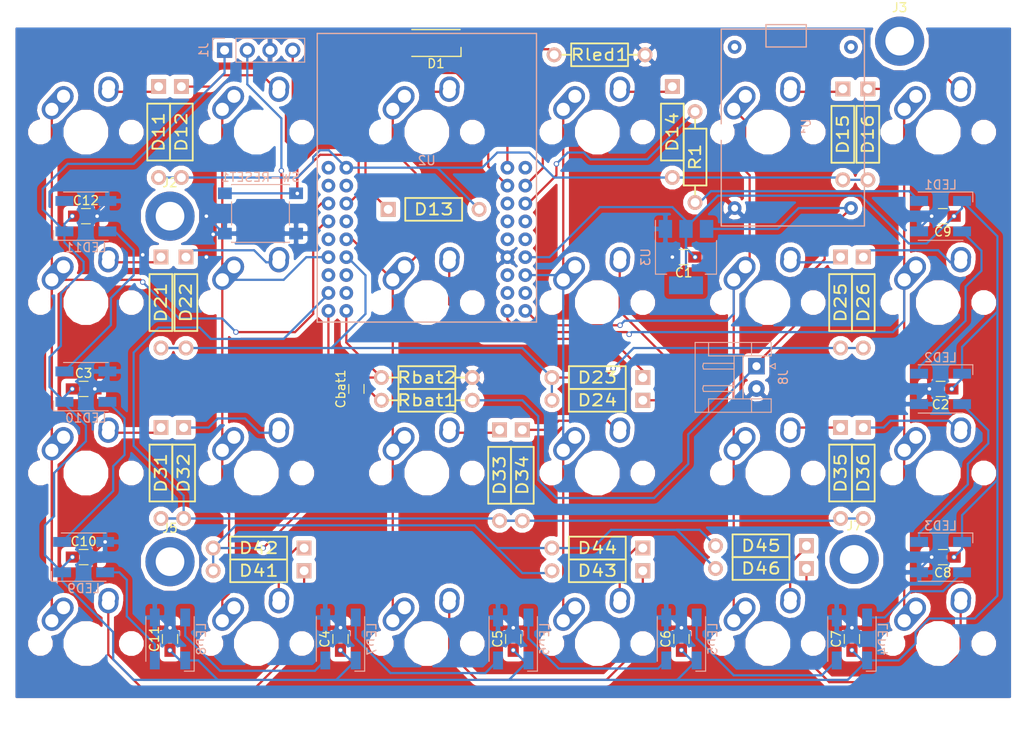
<source format=kicad_pcb>
(kicad_pcb (version 4) (host pcbnew 4.0.7)
  (layers (0 F.Cu signal) (31 B.Cu signal) (34 B.Paste user) (35 F.Paste user) (36 B.SilkS user) (37 F.SilkS user) (38 B.Mask user) (39 F.Mask user) (44 Edge.Cuts user))
  (net 0 "")
  (net 1 VCC)
  (net 2 GND)
  (net 3 "Net-(D11-Pad2)")
  (net 4 "Net-(D12-Pad2)")
  (net 5 "Net-(D13-Pad2)")
  (net 6 "Net-(D14-Pad2)")
  (net 7 "Net-(D15-Pad2)")
  (net 8 "Net-(D16-Pad2)")
  (net 9 "Net-(D21-Pad2)")
  (net 10 "Net-(D22-Pad2)")
  (net 11 "Net-(D23-Pad2)")
  (net 12 "Net-(D24-Pad2)")
  (net 13 "Net-(D25-Pad2)")
  (net 14 "Net-(D26-Pad2)")
  (net 15 "Net-(D31-Pad2)")
  (net 16 "Net-(D32-Pad2)")
  (net 17 "Net-(D33-Pad2)")
  (net 18 "Net-(D34-Pad2)")
  (net 19 "Net-(D35-Pad2)")
  (net 20 "Net-(D36-Pad2)")
  (net 21 "Net-(D41-Pad2)")
  (net 22 "Net-(D42-Pad2)")
  (net 23 "Net-(D43-Pad2)")
  (net 24 "Net-(D44-Pad2)")
  (net 25 "Net-(D45-Pad2)")
  (net 26 "Net-(D46-Pad2)")
  (net 27 "Net-(LED1-Pad2)")
  (net 28 "Net-(LED1-Pad4)")
  (net 29 "Net-(LED2-Pad2)")
  (net 30 "Net-(LED3-Pad2)")
  (net 31 row-1)
  (net 32 row-2)
  (net 33 row-3)
  (net 34 row-4)
  (net 35 col-3)
  (net 36 col-4)
  (net 37 col-1)
  (net 38 col-2)
  (net 39 col-5)
  (net 40 col-6)
  (net 41 "Net-(D1-Pad1)")
  (net 42 LED-R)
  (net 43 LED-B)
  (net 44 LED-G)
  (net 45 "Net-(J1-Pad2)")
  (net 46 "Net-(J1-Pad4)")
  (net 47 BAT-M)
  (net 48 underglowAux)
  (net 49 "Net-(LED10-Pad2)")
  (net 50 "Net-(J8-Pad1)")
  (net 51 "Net-(LED4-Pad2)")
  (net 52 "Net-(LED5-Pad2)")
  (net 53 "Net-(LED6-Pad2)")
  (net 54 "Net-(LED7-Pad2)")
  (net 55 "Net-(LED8-Pad2)")
  (net 56 underglow)
  (module MisComponentes:cargador-mini-usb (layer B.Cu) (at 100.584 21.082 270)
    (fp_text reference U1 (at 0 -1.5 270) (layer B.SilkS) (effects (justify mirror)))
    (fp_text value cargador-USB)
    (pad 0 thru_hole circle (at -9 6.5 270) (size 1.524 1.524) (drill 0.762) (layers *.Cu *.Mask))
    (pad 1 thru_hole circle (at -9 -6.5 270) (size 1.524 1.524) (drill 0.762) (layers *.Cu *.Mask))
    (pad 2 thru_hole circle (at 9 -6.5 270) (size 1.524 1.524) (drill 0.762) (layers *.Cu *.Mask) (net 50 "Net-(J8-Pad1)"))
    (pad 3 thru_hole circle (at 9 6.5 270) (size 1.524 1.524) (drill 0.762) (layers *.Cu *.Mask) (net 2 GND))
  )
  (module Capacitors_SMD:C_0805_HandSoldering (layer F.Cu) (at 88.392 35.56 180)
    (fp_text reference C1 (at 0 -1.75 180) (layer F.SilkS))
    (fp_text value 47uF)
    (pad 1 smd rect (at -1.25 0 180) (size 1.5 1.25) (layers F.Cu F.Paste F.Mask) (net 1 VCC))
    (pad 2 smd rect (at 1.25 0 180) (size 1.5 1.25) (layers F.Cu F.Paste F.Mask) (net 2 GND))
  )
  (module Capacitors_SMD:C_0805_HandSoldering (layer F.Cu) (at 117.094 50.292 180)
    (fp_text reference C2 (at 0 -1.75 180) (layer F.SilkS))
    (fp_text value 0.1uF)
    (pad 1 smd rect (at -1.25 0 180) (size 1.5 1.25) (layers F.Cu F.Paste F.Mask) (net 1 VCC))
    (pad 2 smd rect (at 1.25 0 180) (size 1.5 1.25) (layers F.Cu F.Paste F.Mask) (net 2 GND))
  )
  (module Capacitors_SMD:C_0805_HandSoldering (layer F.Cu) (at 21.336 50.292)
    (fp_text reference C3 (at 0 -1.75) (layer F.SilkS))
    (fp_text value 0.1uF)
    (pad 1 smd rect (at -1.25 0) (size 1.5 1.25) (layers F.Cu F.Paste F.Mask) (net 1 VCC))
    (pad 2 smd rect (at 1.25 0) (size 1.5 1.25) (layers F.Cu F.Paste F.Mask) (net 2 GND))
  )
  (module Capacitors_SMD:C_0805_HandSoldering (layer F.Cu) (at 50.038 78.232 90)
    (fp_text reference C4 (at 0 -1.75 90) (layer F.SilkS))
    (fp_text value 0.1uF)
    (pad 1 smd rect (at -1.25 0 90) (size 1.5 1.25) (layers F.Cu F.Paste F.Mask) (net 1 VCC))
    (pad 2 smd rect (at 1.25 0 90) (size 1.5 1.25) (layers F.Cu F.Paste F.Mask) (net 2 GND))
  )
  (module Capacitors_SMD:C_0805_HandSoldering (layer F.Cu) (at 69.342 78.232 90)
    (fp_text reference C5 (at 0 -1.75 90) (layer F.SilkS))
    (fp_text value 0.1uF)
    (pad 1 smd rect (at -1.25 0 90) (size 1.5 1.25) (layers F.Cu F.Paste F.Mask) (net 1 VCC))
    (pad 2 smd rect (at 1.25 0 90) (size 1.5 1.25) (layers F.Cu F.Paste F.Mask) (net 2 GND))
  )
  (module Capacitors_SMD:C_0805_HandSoldering (layer F.Cu) (at 88.138 78.232 90)
    (fp_text reference C6 (at 0 -1.75 90) (layer F.SilkS))
    (fp_text value 0.1uF)
    (pad 1 smd rect (at -1.25 0 90) (size 1.5 1.25) (layers F.Cu F.Paste F.Mask) (net 1 VCC))
    (pad 2 smd rect (at 1.25 0 90) (size 1.5 1.25) (layers F.Cu F.Paste F.Mask) (net 2 GND))
  )
  (module Capacitors_SMD:C_0805_HandSoldering (layer F.Cu) (at 107.188 78.232 90)
    (fp_text reference C7 (at 0 -1.75 90) (layer F.SilkS))
    (fp_text value 0.1uF)
    (pad 1 smd rect (at -1.25 0 90) (size 1.5 1.25) (layers F.Cu F.Paste F.Mask) (net 1 VCC))
    (pad 2 smd rect (at 1.25 0 90) (size 1.5 1.25) (layers F.Cu F.Paste F.Mask) (net 2 GND))
  )
  (module Capacitors_SMD:C_0805_HandSoldering (layer F.Cu) (at 117.348 69.088 180)
    (fp_text reference C8 (at 0 -1.75 180) (layer F.SilkS))
    (fp_text value 0.1uF)
    (pad 1 smd rect (at -1.25 0 180) (size 1.5 1.25) (layers F.Cu F.Paste F.Mask) (net 1 VCC))
    (pad 2 smd rect (at 1.25 0 180) (size 1.5 1.25) (layers F.Cu F.Paste F.Mask) (net 2 GND))
  )
  (module Capacitors_SMD:C_0805_HandSoldering (layer F.Cu) (at 117.348 30.988 180)
    (fp_text reference C9 (at 0 -1.75 180) (layer F.SilkS))
    (fp_text value 0.1uF)
    (pad 1 smd rect (at -1.25 0 180) (size 1.5 1.25) (layers F.Cu F.Paste F.Mask) (net 1 VCC))
    (pad 2 smd rect (at 1.25 0 180) (size 1.5 1.25) (layers F.Cu F.Paste F.Mask) (net 2 GND))
  )
  (module MisComponentes:LED_RGB_5050-4 (layer B.Cu) (at 117.094 30.988 180)
    (fp_text reference LED1 (at 0 3.5 360) (layer B.SilkS) (effects (justify mirror)))
    (fp_text value WS2812B)
    (pad 1 smd rect (at -2.4 1.7 90) (size 1.1 2) (layers B.Cu B.Paste B.Mask) (net 1 VCC))
    (pad 2 smd rect (at -2.4 -1.7 90) (size 1.1 2) (layers B.Cu B.Paste B.Mask) (net 27 "Net-(LED1-Pad2)"))
    (pad 3 smd rect (at 2.4 -1.7 90) (size 1.1 2) (layers B.Cu B.Paste B.Mask) (net 2 GND))
    (pad 4 smd rect (at 2.4 1.7 90) (size 1.1 2) (layers B.Cu B.Paste B.Mask) (net 28 "Net-(LED1-Pad4)"))
  )
  (module MisComponentes:LED_RGB_5050-4 (layer B.Cu) (at 117.094 50.292 180)
    (fp_text reference LED2 (at 0 3.5 360) (layer B.SilkS) (effects (justify mirror)))
    (fp_text value WS2812B)
    (pad 1 smd rect (at -2.4 1.7 90) (size 1.1 2) (layers B.Cu B.Paste B.Mask) (net 1 VCC))
    (pad 2 smd rect (at -2.4 -1.7 90) (size 1.1 2) (layers B.Cu B.Paste B.Mask) (net 29 "Net-(LED2-Pad2)"))
    (pad 3 smd rect (at 2.4 -1.7 90) (size 1.1 2) (layers B.Cu B.Paste B.Mask) (net 2 GND))
    (pad 4 smd rect (at 2.4 1.7 90) (size 1.1 2) (layers B.Cu B.Paste B.Mask) (net 27 "Net-(LED1-Pad2)"))
  )
  (module MisComponentes:LED_RGB_5050-4 (layer B.Cu) (at 117.094 69.088 180)
    (fp_text reference LED3 (at 0 3.5 360) (layer B.SilkS) (effects (justify mirror)))
    (fp_text value WS2812B)
    (pad 1 smd rect (at -2.4 1.7 90) (size 1.1 2) (layers B.Cu B.Paste B.Mask) (net 1 VCC))
    (pad 2 smd rect (at -2.4 -1.7 90) (size 1.1 2) (layers B.Cu B.Paste B.Mask) (net 30 "Net-(LED3-Pad2)"))
    (pad 3 smd rect (at 2.4 -1.7 90) (size 1.1 2) (layers B.Cu B.Paste B.Mask) (net 2 GND))
    (pad 4 smd rect (at 2.4 1.7 90) (size 1.1 2) (layers B.Cu B.Paste B.Mask) (net 29 "Net-(LED2-Pad2)"))
  )
  (module MisComponentes:LED_RGB_5050-4 (layer B.Cu) (at 107.188 78.232 90)
    (fp_text reference LED4 (at 0 3.5 270) (layer B.SilkS) (effects (justify mirror)))
    (fp_text value WS2812B)
    (pad 1 smd rect (at -2.4 1.7) (size 1.1 2) (layers B.Cu B.Paste B.Mask) (net 1 VCC))
    (pad 2 smd rect (at -2.4 -1.7) (size 1.1 2) (layers B.Cu B.Paste B.Mask) (net 51 "Net-(LED4-Pad2)"))
    (pad 3 smd rect (at 2.4 -1.7) (size 1.1 2) (layers B.Cu B.Paste B.Mask) (net 2 GND))
    (pad 4 smd rect (at 2.4 1.7) (size 1.1 2) (layers B.Cu B.Paste B.Mask) (net 30 "Net-(LED3-Pad2)"))
  )
  (module MisComponentes:LED_RGB_5050-4 (layer B.Cu) (at 88.138 78.232 90)
    (fp_text reference LED5 (at 0 3.5 270) (layer B.SilkS) (effects (justify mirror)))
    (fp_text value WS2812B)
    (pad 1 smd rect (at -2.4 1.7) (size 1.1 2) (layers B.Cu B.Paste B.Mask) (net 1 VCC))
    (pad 2 smd rect (at -2.4 -1.7) (size 1.1 2) (layers B.Cu B.Paste B.Mask) (net 52 "Net-(LED5-Pad2)"))
    (pad 3 smd rect (at 2.4 -1.7) (size 1.1 2) (layers B.Cu B.Paste B.Mask) (net 2 GND))
    (pad 4 smd rect (at 2.4 1.7) (size 1.1 2) (layers B.Cu B.Paste B.Mask) (net 51 "Net-(LED4-Pad2)"))
  )
  (module MisComponentes:LED_RGB_5050-4 (layer B.Cu) (at 69.342 78.232 90)
    (fp_text reference LED6 (at 0 3.5 270) (layer B.SilkS) (effects (justify mirror)))
    (fp_text value WS2812B)
    (pad 1 smd rect (at -2.4 1.7) (size 1.1 2) (layers B.Cu B.Paste B.Mask) (net 1 VCC))
    (pad 2 smd rect (at -2.4 -1.7) (size 1.1 2) (layers B.Cu B.Paste B.Mask) (net 53 "Net-(LED6-Pad2)"))
    (pad 3 smd rect (at 2.4 -1.7) (size 1.1 2) (layers B.Cu B.Paste B.Mask) (net 2 GND))
    (pad 4 smd rect (at 2.4 1.7) (size 1.1 2) (layers B.Cu B.Paste B.Mask) (net 52 "Net-(LED5-Pad2)"))
  )
  (module MisComponentes:LED_RGB_5050-4 (layer B.Cu) (at 50.038 78.232 90)
    (fp_text reference LED7 (at 0 3.5 270) (layer B.SilkS) (effects (justify mirror)))
    (fp_text value WS2812B)
    (pad 1 smd rect (at -2.4 1.7) (size 1.1 2) (layers B.Cu B.Paste B.Mask) (net 1 VCC))
    (pad 2 smd rect (at -2.4 -1.7) (size 1.1 2) (layers B.Cu B.Paste B.Mask) (net 54 "Net-(LED7-Pad2)"))
    (pad 3 smd rect (at 2.4 -1.7) (size 1.1 2) (layers B.Cu B.Paste B.Mask) (net 2 GND))
    (pad 4 smd rect (at 2.4 1.7) (size 1.1 2) (layers B.Cu B.Paste B.Mask) (net 53 "Net-(LED6-Pad2)"))
  )
  (module MisComponentes:LED_RGB_5050-4 (layer B.Cu) (at 30.988 78.232 90)
    (fp_text reference LED8 (at 0 3.5 270) (layer B.SilkS) (effects (justify mirror)))
    (fp_text value WS2812B)
    (pad 1 smd rect (at -2.4 1.7) (size 1.1 2) (layers B.Cu B.Paste B.Mask) (net 1 VCC))
    (pad 2 smd rect (at -2.4 -1.7) (size 1.1 2) (layers B.Cu B.Paste B.Mask) (net 55 "Net-(LED8-Pad2)"))
    (pad 3 smd rect (at 2.4 -1.7) (size 1.1 2) (layers B.Cu B.Paste B.Mask) (net 2 GND))
    (pad 4 smd rect (at 2.4 1.7) (size 1.1 2) (layers B.Cu B.Paste B.Mask) (net 54 "Net-(LED7-Pad2)"))
  )
  (module TO_SOT_Packages_SMD:SOT-223-3_TabPin2 (layer B.Cu) (at 88.646 35.56 270)
    (fp_text reference U3 (at 0 4.5 270) (layer B.SilkS) (effects (justify mirror)))
    (fp_text value LM1117-3.3)
    (pad 2 smd rect (at 3.15 0 270) (size 2 3.8) (layers B.Cu B.Paste B.Mask) (net 1 VCC))
    (pad 2 smd rect (at -3.15 0 270) (size 2 1.5) (layers B.Cu B.Paste B.Mask) (net 1 VCC))
    (pad 3 smd rect (at -3.15 -2.3 270) (size 2 1.5) (layers B.Cu B.Paste B.Mask) (net 50 "Net-(J8-Pad1)"))
    (pad 1 smd rect (at -3.15 2.3 270) (size 2 1.5) (layers B.Cu B.Paste B.Mask) (net 2 GND))
  )
  (module Capacitors_SMD:C_0805_HandSoldering (layer F.Cu) (at 21.336 69.088)
    (fp_text reference C10 (at 0 -1.75) (layer F.SilkS))
    (fp_text value 0.1uF)
    (pad 1 smd rect (at -1.25 0) (size 1.5 1.25) (layers F.Cu F.Paste F.Mask) (net 1 VCC))
    (pad 2 smd rect (at 1.25 0) (size 1.5 1.25) (layers F.Cu F.Paste F.Mask) (net 2 GND))
  )
  (module MisComponentes:LED_RGB_5050-4 (layer B.Cu) (at 21.336 69.088)
    (fp_text reference LED9 (at 0 3.5 180) (layer B.SilkS) (effects (justify mirror)))
    (fp_text value WS2812B)
    (pad 1 smd rect (at -2.4 1.7 270) (size 1.1 2) (layers B.Cu B.Paste B.Mask) (net 1 VCC))
    (pad 2 smd rect (at -2.4 -1.7 270) (size 1.1 2) (layers B.Cu B.Paste B.Mask) (net 48 underglowAux))
    (pad 3 smd rect (at 2.4 -1.7 270) (size 1.1 2) (layers B.Cu B.Paste B.Mask) (net 2 GND))
    (pad 4 smd rect (at 2.4 1.7 270) (size 1.1 2) (layers B.Cu B.Paste B.Mask) (net 55 "Net-(LED8-Pad2)"))
  )
  (module MisComponentes:core51822-through-hole (layer B.Cu) (at 59.69 28.321 180)
    (fp_text reference U2 (at 0.015 3.545 180) (layer B.SilkS) (effects (justify mirror)))
    (fp_text value core51822)
    (pad 1 thru_hole circle (at -11 2.75 180) (size 1.524 1.524) (drill 0.762) (layers *.Cu *.Mask))
    (pad 2 thru_hole circle (at -9 2.75 180) (size 1.524 1.524) (drill 0.762) (layers *.Cu *.Mask) (net 43 LED-B))
    (pad 3 thru_hole circle (at -11 0.75 180) (size 1.524 1.524) (drill 0.762) (layers *.Cu *.Mask) (net 42 LED-R))
    (pad 4 thru_hole circle (at -9 0.75 180) (size 1.524 1.524) (drill 0.762) (layers *.Cu *.Mask) (net 44 LED-G))
    (pad 5 thru_hole circle (at -11 -1.25 180) (size 1.524 1.524) (drill 0.762) (layers *.Cu *.Mask) (net 56 underglow))
    (pad 6 thru_hole circle (at -9 -1.25 180) (size 1.524 1.524) (drill 0.762) (layers *.Cu *.Mask))
    (pad 7 thru_hole circle (at -11 -3.25 180) (size 1.524 1.524) (drill 0.762) (layers *.Cu *.Mask))
    (pad 8 thru_hole circle (at -9 -3.25 180) (size 1.524 1.524) (drill 0.762) (layers *.Cu *.Mask))
    (pad 9 thru_hole circle (at -11 -5.25 180) (size 1.524 1.524) (drill 0.762) (layers *.Cu *.Mask))
    (pad 10 thru_hole circle (at -9 -5.25 180) (size 1.524 1.524) (drill 0.762) (layers *.Cu *.Mask))
    (pad 11 thru_hole circle (at -11 -7.25 180) (size 1.524 1.524) (drill 0.762) (layers *.Cu *.Mask) (net 1 VCC))
    (pad 12 thru_hole circle (at -9 -7.25 180) (size 1.524 1.524) (drill 0.762) (layers *.Cu *.Mask) (net 2 GND))
    (pad 13 thru_hole circle (at -11 -9.25 180) (size 1.524 1.524) (drill 0.762) (layers *.Cu *.Mask) (net 36 col-4))
    (pad 14 thru_hole circle (at -9 -9.25 180) (size 1.524 1.524) (drill 0.762) (layers *.Cu *.Mask))
    (pad 15 thru_hole circle (at -11 -11.25 180) (size 1.524 1.524) (drill 0.762) (layers *.Cu *.Mask))
    (pad 16 thru_hole circle (at -9 -11.25 180) (size 1.524 1.524) (drill 0.762) (layers *.Cu *.Mask))
    (pad 17 thru_hole circle (at -11 -13.25 180) (size 1.524 1.524) (drill 0.762) (layers *.Cu *.Mask) (net 39 col-5))
    (pad 18 thru_hole circle (at -9 -13.25 180) (size 1.524 1.524) (drill 0.762) (layers *.Cu *.Mask) (net 40 col-6))
    (pad 20 thru_hole circle (at 11 2.75 180) (size 1.524 1.524) (drill 0.762) (layers *.Cu *.Mask))
    (pad 21 thru_hole circle (at 9 0.75 180) (size 1.524 1.524) (drill 0.762) (layers *.Cu *.Mask))
    (pad 22 thru_hole circle (at 11 0.75 180) (size 1.524 1.524) (drill 0.762) (layers *.Cu *.Mask))
    (pad 23 thru_hole circle (at 9 -1.25 180) (size 1.524 1.524) (drill 0.762) (layers *.Cu *.Mask) (net 46 "Net-(J1-Pad4)"))
    (pad 24 thru_hole circle (at 11 -1.25 180) (size 1.524 1.524) (drill 0.762) (layers *.Cu *.Mask) (net 45 "Net-(J1-Pad2)"))
    (pad 25 thru_hole circle (at 9 -3.25 180) (size 1.524 1.524) (drill 0.762) (layers *.Cu *.Mask))
    (pad 26 thru_hole circle (at 11 -3.25 180) (size 1.524 1.524) (drill 0.762) (layers *.Cu *.Mask) (net 37 col-1))
    (pad 27 thru_hole circle (at 9 -5.25 180) (size 1.524 1.524) (drill 0.762) (layers *.Cu *.Mask) (net 35 col-3))
    (pad 28 thru_hole circle (at 11 -5.25 180) (size 1.524 1.524) (drill 0.762) (layers *.Cu *.Mask))
    (pad 29 thru_hole circle (at 9 -7.25 180) (size 1.524 1.524) (drill 0.762) (layers *.Cu *.Mask) (net 32 row-2))
    (pad 30 thru_hole circle (at 11 -7.25 180) (size 1.524 1.524) (drill 0.762) (layers *.Cu *.Mask) (net 38 col-2))
    (pad 31 thru_hole circle (at 9 -9.25 180) (size 1.524 1.524) (drill 0.762) (layers *.Cu *.Mask))
    (pad 32 thru_hole circle (at 11 -9.25 180) (size 1.524 1.524) (drill 0.762) (layers *.Cu *.Mask))
    (pad 33 thru_hole circle (at 9 -11.25 180) (size 1.524 1.524) (drill 0.762) (layers *.Cu *.Mask))
    (pad 34 thru_hole circle (at 11 -11.25 180) (size 1.524 1.524) (drill 0.762) (layers *.Cu *.Mask) (net 33 row-3))
    (pad 35 thru_hole circle (at 9 -13.25 180) (size 1.524 1.524) (drill 0.762) (layers *.Cu *.Mask) (net 47 BAT-M))
    (pad 36 thru_hole circle (at 11 -13.25 180) (size 1.524 1.524) (drill 0.762) (layers *.Cu *.Mask) (net 34 row-4))
    (pad 19 thru_hole circle (at 9 2.75 180) (size 1.524 1.524) (drill 0.762) (layers *.Cu *.Mask) (net 31 row-1))
  )
  (module LEDs:LED_RGB_1210 (layer F.Cu) (at 60.706 11.6332 180)
    (fp_text reference D1 (at 0 -2.3 180) (layer F.SilkS))
    (fp_text value LED_BAT)
    (pad 1 smd rect (at -1.75 -0.7) (size 1.5 1) (layers F.Cu F.Paste F.Mask) (net 41 "Net-(D1-Pad1)"))
    (pad 2 smd rect (at -1.75 0.7) (size 1.5 1) (layers F.Cu F.Paste F.Mask) (net 42 LED-R))
    (pad 4 smd rect (at 1.75 -0.7) (size 1.5 1) (layers F.Cu F.Paste F.Mask) (net 43 LED-B))
    (pad 3 smd rect (at 1.75 0.7) (size 1.5 1) (layers F.Cu F.Paste F.Mask) (net 44 LED-G))
  )
  (module Capacitors_SMD:C_0805_HandSoldering (layer F.Cu) (at 51.816 50.292 90)
    (fp_text reference Cbat1 (at 0 -1.75 90) (layer F.SilkS))
    (fp_text value 22n)
    (pad 1 smd rect (at -1.25 0 90) (size 1.5 1.25) (layers F.Cu F.Paste F.Mask) (net 2 GND))
    (pad 2 smd rect (at 1.25 0 90) (size 1.5 1.25) (layers F.Cu F.Paste F.Mask) (net 47 BAT-M))
  )
  (module Buttons_Switches_SMD:SW_SPST_PTS645 (layer B.Cu) (at 41.0972 30.6832 180)
    (fp_text reference SW-RESET1 (at 0 4.05 180) (layer B.SilkS) (effects (justify mirror)))
    (fp_text value SW_PUSH)
    (pad 2 smd rect (at -3.98 -2.25 180) (size 1.55 1.3) (layers B.Cu B.Paste B.Mask) (net 2 GND))
    (pad 1 smd rect (at -3.98 2.25 180) (size 1.55 1.3) (layers B.Cu B.Paste B.Mask) (net 46 "Net-(J1-Pad4)"))
    (pad 1 smd rect (at 3.98 2.25 180) (size 1.55 1.3) (layers B.Cu B.Paste B.Mask) (net 46 "Net-(J1-Pad4)"))
    (pad 2 smd rect (at 3.98 -2.25 180) (size 1.55 1.3) (layers B.Cu B.Paste B.Mask) (net 2 GND))
  )
  (module footprints:DIODE (layer F.Cu) (at 29.718 21.59 90)
    (fp_text reference D11 (at 0 0 90) (layer F.SilkS) (effects (font (size 1.27 1.524) (thickness 0.2032))))
    (fp_text value D hide)
    (pad 1 thru_hole circle (at -5.08 0 90) (size 1.651 1.651) (drill 0.9906) (layers *.Cu *.SilkS *.Mask) (net 31 row-1))
    (pad 2 thru_hole rect (at 5.08 0 90) (size 1.651 1.651) (drill 0.9906) (layers *.Cu *.SilkS *.Mask) (net 3 "Net-(D11-Pad2)"))
  )
  (module footprints:DIODE (layer F.Cu) (at 32.258 21.59 90)
    (fp_text reference D12 (at 0 0 90) (layer F.SilkS) (effects (font (size 1.27 1.524) (thickness 0.2032))))
    (fp_text value D hide)
    (pad 1 thru_hole circle (at -5.08 0 90) (size 1.651 1.651) (drill 0.9906) (layers *.Cu *.SilkS *.Mask) (net 31 row-1))
    (pad 2 thru_hole rect (at 5.08 0 90) (size 1.651 1.651) (drill 0.9906) (layers *.Cu *.SilkS *.Mask) (net 4 "Net-(D12-Pad2)"))
  )
  (module footprints:DIODE (layer F.Cu) (at 60.452 30.226 180)
    (fp_text reference D13 (at 0 0 180) (layer F.SilkS) (effects (font (size 1.27 1.524) (thickness 0.2032))))
    (fp_text value D hide)
    (pad 1 thru_hole circle (at -5.08 0 180) (size 1.651 1.651) (drill 0.9906) (layers *.Cu *.SilkS *.Mask) (net 31 row-1))
    (pad 2 thru_hole rect (at 5.08 0 180) (size 1.651 1.651) (drill 0.9906) (layers *.Cu *.SilkS *.Mask) (net 5 "Net-(D13-Pad2)"))
  )
  (module footprints:DIODE (layer F.Cu) (at 87.122 21.59 90)
    (fp_text reference D14 (at 0 0 90) (layer F.SilkS) (effects (font (size 1.27 1.524) (thickness 0.2032))))
    (fp_text value D hide)
    (pad 1 thru_hole circle (at -5.08 0 90) (size 1.651 1.651) (drill 0.9906) (layers *.Cu *.SilkS *.Mask) (net 31 row-1))
    (pad 2 thru_hole rect (at 5.08 0 90) (size 1.651 1.651) (drill 0.9906) (layers *.Cu *.SilkS *.Mask) (net 6 "Net-(D14-Pad2)"))
  )
  (module footprints:DIODE (layer F.Cu) (at 106.172 21.844 90)
    (fp_text reference D15 (at 0 0 90) (layer F.SilkS) (effects (font (size 1.27 1.524) (thickness 0.2032))))
    (fp_text value D hide)
    (pad 1 thru_hole circle (at -5.08 0 90) (size 1.651 1.651) (drill 0.9906) (layers *.Cu *.SilkS *.Mask) (net 31 row-1))
    (pad 2 thru_hole rect (at 5.08 0 90) (size 1.651 1.651) (drill 0.9906) (layers *.Cu *.SilkS *.Mask) (net 7 "Net-(D15-Pad2)"))
  )
  (module footprints:DIODE (layer F.Cu) (at 108.966 21.844 90)
    (fp_text reference D16 (at 0 0 90) (layer F.SilkS) (effects (font (size 1.27 1.524) (thickness 0.2032))))
    (fp_text value D hide)
    (pad 1 thru_hole circle (at -5.08 0 90) (size 1.651 1.651) (drill 0.9906) (layers *.Cu *.SilkS *.Mask) (net 31 row-1))
    (pad 2 thru_hole rect (at 5.08 0 90) (size 1.651 1.651) (drill 0.9906) (layers *.Cu *.SilkS *.Mask) (net 8 "Net-(D16-Pad2)"))
  )
  (module footprints:DIODE (layer F.Cu) (at 29.972 40.64 90)
    (fp_text reference D21 (at 0 0 90) (layer F.SilkS) (effects (font (size 1.27 1.524) (thickness 0.2032))))
    (fp_text value D hide)
    (pad 1 thru_hole circle (at -5.08 0 90) (size 1.651 1.651) (drill 0.9906) (layers *.Cu *.SilkS *.Mask) (net 32 row-2))
    (pad 2 thru_hole rect (at 5.08 0 90) (size 1.651 1.651) (drill 0.9906) (layers *.Cu *.SilkS *.Mask) (net 9 "Net-(D21-Pad2)"))
  )
  (module footprints:DIODE (layer F.Cu) (at 32.766 40.64 90)
    (fp_text reference D22 (at 0 0 90) (layer F.SilkS) (effects (font (size 1.27 1.524) (thickness 0.2032))))
    (fp_text value D hide)
    (pad 1 thru_hole circle (at -5.08 0 90) (size 1.651 1.651) (drill 0.9906) (layers *.Cu *.SilkS *.Mask) (net 32 row-2))
    (pad 2 thru_hole rect (at 5.08 0 90) (size 1.651 1.651) (drill 0.9906) (layers *.Cu *.SilkS *.Mask) (net 10 "Net-(D22-Pad2)"))
  )
  (module footprints:DIODE (layer F.Cu) (at 78.74 49.022)
    (fp_text reference D23 (at 0 0) (layer F.SilkS) (effects (font (size 1.27 1.524) (thickness 0.2032))))
    (fp_text value D hide)
    (pad 1 thru_hole circle (at -5.08 0) (size 1.651 1.651) (drill 0.9906) (layers *.Cu *.SilkS *.Mask) (net 32 row-2))
    (pad 2 thru_hole rect (at 5.08 0) (size 1.651 1.651) (drill 0.9906) (layers *.Cu *.SilkS *.Mask) (net 11 "Net-(D23-Pad2)"))
  )
  (module footprints:DIODE (layer F.Cu) (at 78.74 51.562)
    (fp_text reference D24 (at 0 0) (layer F.SilkS) (effects (font (size 1.27 1.524) (thickness 0.2032))))
    (fp_text value D hide)
    (pad 1 thru_hole circle (at -5.08 0) (size 1.651 1.651) (drill 0.9906) (layers *.Cu *.SilkS *.Mask) (net 32 row-2))
    (pad 2 thru_hole rect (at 5.08 0) (size 1.651 1.651) (drill 0.9906) (layers *.Cu *.SilkS *.Mask) (net 12 "Net-(D24-Pad2)"))
  )
  (module footprints:DIODE (layer F.Cu) (at 105.918 40.64 90)
    (fp_text reference D25 (at 0 0 90) (layer F.SilkS) (effects (font (size 1.27 1.524) (thickness 0.2032))))
    (fp_text value D hide)
    (pad 1 thru_hole circle (at -5.08 0 90) (size 1.651 1.651) (drill 0.9906) (layers *.Cu *.SilkS *.Mask) (net 32 row-2))
    (pad 2 thru_hole rect (at 5.08 0 90) (size 1.651 1.651) (drill 0.9906) (layers *.Cu *.SilkS *.Mask) (net 13 "Net-(D25-Pad2)"))
  )
  (module footprints:DIODE (layer F.Cu) (at 108.458 40.64 90)
    (fp_text reference D26 (at 0 0 90) (layer F.SilkS) (effects (font (size 1.27 1.524) (thickness 0.2032))))
    (fp_text value D hide)
    (pad 1 thru_hole circle (at -5.08 0 90) (size 1.651 1.651) (drill 0.9906) (layers *.Cu *.SilkS *.Mask) (net 32 row-2))
    (pad 2 thru_hole rect (at 5.08 0 90) (size 1.651 1.651) (drill 0.9906) (layers *.Cu *.SilkS *.Mask) (net 14 "Net-(D26-Pad2)"))
  )
  (module footprints:DIODE (layer F.Cu) (at 29.972 59.69 90)
    (fp_text reference D31 (at 0 0 90) (layer F.SilkS) (effects (font (size 1.27 1.524) (thickness 0.2032))))
    (fp_text value D hide)
    (pad 1 thru_hole circle (at -5.08 0 90) (size 1.651 1.651) (drill 0.9906) (layers *.Cu *.SilkS *.Mask) (net 33 row-3))
    (pad 2 thru_hole rect (at 5.08 0 90) (size 1.651 1.651) (drill 0.9906) (layers *.Cu *.SilkS *.Mask) (net 15 "Net-(D31-Pad2)"))
  )
  (module footprints:DIODE (layer F.Cu) (at 32.512 59.69 90)
    (fp_text reference D32 (at 0 0 90) (layer F.SilkS) (effects (font (size 1.27 1.524) (thickness 0.2032))))
    (fp_text value D hide)
    (pad 1 thru_hole circle (at -5.08 0 90) (size 1.651 1.651) (drill 0.9906) (layers *.Cu *.SilkS *.Mask) (net 33 row-3))
    (pad 2 thru_hole rect (at 5.08 0 90) (size 1.651 1.651) (drill 0.9906) (layers *.Cu *.SilkS *.Mask) (net 16 "Net-(D32-Pad2)"))
  )
  (module footprints:DIODE (layer F.Cu) (at 67.818 59.944 90)
    (fp_text reference D33 (at 0 0 90) (layer F.SilkS) (effects (font (size 1.27 1.524) (thickness 0.2032))))
    (fp_text value D hide)
    (pad 1 thru_hole circle (at -5.08 0 90) (size 1.651 1.651) (drill 0.9906) (layers *.Cu *.SilkS *.Mask) (net 33 row-3))
    (pad 2 thru_hole rect (at 5.08 0 90) (size 1.651 1.651) (drill 0.9906) (layers *.Cu *.SilkS *.Mask) (net 17 "Net-(D33-Pad2)"))
  )
  (module footprints:DIODE (layer F.Cu) (at 70.358 59.944 90)
    (fp_text reference D34 (at 0 0 90) (layer F.SilkS) (effects (font (size 1.27 1.524) (thickness 0.2032))))
    (fp_text value D hide)
    (pad 1 thru_hole circle (at -5.08 0 90) (size 1.651 1.651) (drill 0.9906) (layers *.Cu *.SilkS *.Mask) (net 33 row-3))
    (pad 2 thru_hole rect (at 5.08 0 90) (size 1.651 1.651) (drill 0.9906) (layers *.Cu *.SilkS *.Mask) (net 18 "Net-(D34-Pad2)"))
  )
  (module footprints:DIODE (layer F.Cu) (at 105.918 59.69 90)
    (fp_text reference D35 (at 0 0 90) (layer F.SilkS) (effects (font (size 1.27 1.524) (thickness 0.2032))))
    (fp_text value D hide)
    (pad 1 thru_hole circle (at -5.08 0 90) (size 1.651 1.651) (drill 0.9906) (layers *.Cu *.SilkS *.Mask) (net 33 row-3))
    (pad 2 thru_hole rect (at 5.08 0 90) (size 1.651 1.651) (drill 0.9906) (layers *.Cu *.SilkS *.Mask) (net 19 "Net-(D35-Pad2)"))
  )
  (module footprints:DIODE (layer F.Cu) (at 108.458 59.69 90)
    (fp_text reference D36 (at 0 0 90) (layer F.SilkS) (effects (font (size 1.27 1.524) (thickness 0.2032))))
    (fp_text value D hide)
    (pad 1 thru_hole circle (at -5.08 0 90) (size 1.651 1.651) (drill 0.9906) (layers *.Cu *.SilkS *.Mask) (net 33 row-3))
    (pad 2 thru_hole rect (at 5.08 0 90) (size 1.651 1.651) (drill 0.9906) (layers *.Cu *.SilkS *.Mask) (net 20 "Net-(D36-Pad2)"))
  )
  (module footprints:DIODE (layer F.Cu) (at 40.894 70.612)
    (fp_text reference D41 (at 0 0) (layer F.SilkS) (effects (font (size 1.27 1.524) (thickness 0.2032))))
    (fp_text value D hide)
    (pad 1 thru_hole circle (at -5.08 0) (size 1.651 1.651) (drill 0.9906) (layers *.Cu *.SilkS *.Mask) (net 34 row-4))
    (pad 2 thru_hole rect (at 5.08 0) (size 1.651 1.651) (drill 0.9906) (layers *.Cu *.SilkS *.Mask) (net 21 "Net-(D41-Pad2)"))
  )
  (module footprints:DIODE (layer F.Cu) (at 40.894 68.072)
    (fp_text reference D42 (at 0 0) (layer F.SilkS) (effects (font (size 1.27 1.524) (thickness 0.2032))))
    (fp_text value D hide)
    (pad 1 thru_hole circle (at -5.08 0) (size 1.651 1.651) (drill 0.9906) (layers *.Cu *.SilkS *.Mask) (net 34 row-4))
    (pad 2 thru_hole rect (at 5.08 0) (size 1.651 1.651) (drill 0.9906) (layers *.Cu *.SilkS *.Mask) (net 22 "Net-(D42-Pad2)"))
  )
  (module footprints:DIODE (layer F.Cu) (at 78.74 70.612)
    (fp_text reference D43 (at 0 0) (layer F.SilkS) (effects (font (size 1.27 1.524) (thickness 0.2032))))
    (fp_text value D hide)
    (pad 1 thru_hole circle (at -5.08 0) (size 1.651 1.651) (drill 0.9906) (layers *.Cu *.SilkS *.Mask) (net 34 row-4))
    (pad 2 thru_hole rect (at 5.08 0) (size 1.651 1.651) (drill 0.9906) (layers *.Cu *.SilkS *.Mask) (net 23 "Net-(D43-Pad2)"))
  )
  (module footprints:DIODE (layer F.Cu) (at 78.74 68.072)
    (fp_text reference D44 (at 0 0) (layer F.SilkS) (effects (font (size 1.27 1.524) (thickness 0.2032))))
    (fp_text value D hide)
    (pad 1 thru_hole circle (at -5.08 0) (size 1.651 1.651) (drill 0.9906) (layers *.Cu *.SilkS *.Mask) (net 34 row-4))
    (pad 2 thru_hole rect (at 5.08 0) (size 1.651 1.651) (drill 0.9906) (layers *.Cu *.SilkS *.Mask) (net 24 "Net-(D44-Pad2)"))
  )
  (module footprints:DIODE (layer F.Cu) (at 97.028 67.818)
    (fp_text reference D45 (at 0 0) (layer F.SilkS) (effects (font (size 1.27 1.524) (thickness 0.2032))))
    (fp_text value D hide)
    (pad 1 thru_hole circle (at -5.08 0) (size 1.651 1.651) (drill 0.9906) (layers *.Cu *.SilkS *.Mask) (net 34 row-4))
    (pad 2 thru_hole rect (at 5.08 0) (size 1.651 1.651) (drill 0.9906) (layers *.Cu *.SilkS *.Mask) (net 25 "Net-(D45-Pad2)"))
  )
  (module footprints:DIODE (layer F.Cu) (at 97.028 70.358)
    (fp_text reference D46 (at 0 0) (layer F.SilkS) (effects (font (size 1.27 1.524) (thickness 0.2032))))
    (fp_text value D hide)
    (pad 1 thru_hole circle (at -5.08 0) (size 1.651 1.651) (drill 0.9906) (layers *.Cu *.SilkS *.Mask) (net 34 row-4))
    (pad 2 thru_hole rect (at 5.08 0) (size 1.651 1.651) (drill 0.9906) (layers *.Cu *.SilkS *.Mask) (net 26 "Net-(D46-Pad2)"))
  )
  (module footprints:RESISTOR (layer F.Cu) (at 89.662 24.384 90)
    (fp_text reference R1 (at 0 0 90) (layer F.SilkS) (effects (font (size 1.27 1.524) (thickness 0.2032))))
    (fp_text value 470 hide)
    (pad 1 thru_hole circle (at -5.08 0 90) (size 1.651 1.651) (drill 0.9906) (layers *.Cu *.SilkS *.Mask) (net 28 "Net-(LED1-Pad4)"))
    (pad 2 thru_hole circle (at 5.08 0 90) (size 1.651 1.651) (drill 0.9906) (layers *.Cu *.SilkS *.Mask) (net 56 underglow))
  )
  (module footprints:RESISTOR (layer F.Cu) (at 59.69 51.562)
    (fp_text reference Rbat1 (at 0 0) (layer F.SilkS) (effects (font (size 1.27 1.524) (thickness 0.2032))))
    (fp_text value 10M hide)
    (pad 1 thru_hole circle (at -5.08 0) (size 1.651 1.651) (drill 0.9906) (layers *.Cu *.SilkS *.Mask) (net 47 BAT-M))
    (pad 2 thru_hole circle (at 5.08 0) (size 1.651 1.651) (drill 0.9906) (layers *.Cu *.SilkS *.Mask) (net 50 "Net-(J8-Pad1)"))
  )
  (module footprints:RESISTOR (layer F.Cu) (at 59.69 49.022 180)
    (fp_text reference Rbat2 (at 0 0 180) (layer F.SilkS) (effects (font (size 1.27 1.524) (thickness 0.2032))))
    (fp_text value 2.2M hide)
    (pad 1 thru_hole circle (at -5.08 0 180) (size 1.651 1.651) (drill 0.9906) (layers *.Cu *.SilkS *.Mask) (net 2 GND))
    (pad 2 thru_hole circle (at 5.08 0 180) (size 1.651 1.651) (drill 0.9906) (layers *.Cu *.SilkS *.Mask) (net 47 BAT-M))
  )
  (module footprints:RESISTOR (layer F.Cu) (at 78.994 12.954 180)
    (fp_text reference Rled1 (at 0 0 180) (layer F.SilkS) (effects (font (size 1.27 1.524) (thickness 0.2032))))
    (fp_text value 470 hide)
    (pad 1 thru_hole circle (at -5.08 0 180) (size 1.651 1.651) (drill 0.9906) (layers *.Cu *.SilkS *.Mask) (net 2 GND))
    (pad 2 thru_hole circle (at 5.08 0 180) (size 1.651 1.651) (drill 0.9906) (layers *.Cu *.SilkS *.Mask) (net 41 "Net-(D1-Pad1)"))
  )
  (module Mounting_Holes:MountingHole_3.2mm_M3_ISO14580_Pad (layer F.Cu) (at 30.988 30.988)
    (fp_text reference J2 (at 0 -3.75) (layer F.SilkS))
    (fp_text value Conn_01x01)
    (pad 1 thru_hole circle (at 0 0) (size 5.5 5.5) (drill 3.2) (layers *.Cu *.Mask))
  )
  (module Mounting_Holes:MountingHole_3.2mm_M3_ISO14580_Pad (layer F.Cu) (at 112.522 11.43)
    (fp_text reference J3 (at 0 -3.75) (layer F.SilkS))
    (fp_text value Conn_01x01)
    (pad 1 thru_hole circle (at 0 0) (size 5.5 5.5) (drill 3.2) (layers *.Cu *.Mask))
  )
  (module Mounting_Holes:MountingHole_3.2mm_M3_ISO14580_Pad (layer F.Cu) (at 30.988 69.596)
    (fp_text reference J5 (at 0 -3.75) (layer F.SilkS))
    (fp_text value Conn_01x01)
    (pad 1 thru_hole circle (at 0 0) (size 5.5 5.5) (drill 3.2) (layers *.Cu *.Mask))
  )
  (module Mounting_Holes:MountingHole_3.2mm_M3_ISO14580_Pad (layer F.Cu) (at 107.442 69.342)
    (fp_text reference J7 (at 0 -3.75) (layer F.SilkS))
    (fp_text value Conn_01x01)
    (pad 1 thru_hole circle (at 0 0) (size 5.5 5.5) (drill 3.2) (layers *.Cu *.Mask))
  )
  (module Capacitors_SMD:C_0805_HandSoldering (layer F.Cu) (at 30.988 78.232 90)
    (fp_text reference C11 (at 0 -1.75 90) (layer F.SilkS))
    (fp_text value 0.1uF)
    (pad 1 smd rect (at -1.25 0 90) (size 1.5 1.25) (layers F.Cu F.Paste F.Mask) (net 1 VCC))
    (pad 2 smd rect (at 1.25 0 90) (size 1.5 1.25) (layers F.Cu F.Paste F.Mask) (net 2 GND))
  )
  (module Capacitors_SMD:C_0805_HandSoldering (layer F.Cu) (at 21.59 30.988)
    (fp_text reference C12 (at 0 -1.75) (layer F.SilkS))
    (fp_text value 0.1uF)
    (pad 1 smd rect (at -1.25 0) (size 1.5 1.25) (layers F.Cu F.Paste F.Mask) (net 1 VCC))
    (pad 2 smd rect (at 1.25 0) (size 1.5 1.25) (layers F.Cu F.Paste F.Mask) (net 2 GND))
  )
  (module MisComponentes:LED_RGB_5050-4 (layer B.Cu) (at 21.59 50.038)
    (fp_text reference LED10 (at 0 3.5 180) (layer B.SilkS) (effects (justify mirror)))
    (fp_text value WS2812B)
    (pad 1 smd rect (at -2.4 1.7 270) (size 1.1 2) (layers B.Cu B.Paste B.Mask) (net 1 VCC))
    (pad 2 smd rect (at -2.4 -1.7 270) (size 1.1 2) (layers B.Cu B.Paste B.Mask) (net 49 "Net-(LED10-Pad2)"))
    (pad 3 smd rect (at 2.4 -1.7 270) (size 1.1 2) (layers B.Cu B.Paste B.Mask) (net 2 GND))
    (pad 4 smd rect (at 2.4 1.7 270) (size 1.1 2) (layers B.Cu B.Paste B.Mask) (net 48 underglowAux))
  )
  (module MisComponentes:LED_RGB_5050-4 (layer B.Cu) (at 21.59 30.988)
    (fp_text reference LED11 (at 0 3.5 180) (layer B.SilkS) (effects (justify mirror)))
    (fp_text value WS2812B)
    (pad 1 smd rect (at -2.4 1.7 270) (size 1.1 2) (layers B.Cu B.Paste B.Mask) (net 1 VCC))
    (pad 2 smd rect (at -2.4 -1.7 270) (size 1.1 2) (layers B.Cu B.Paste B.Mask))
    (pad 3 smd rect (at 2.4 -1.7 270) (size 1.1 2) (layers B.Cu B.Paste B.Mask) (net 2 GND))
    (pad 4 smd rect (at 2.4 1.7 270) (size 1.1 2) (layers B.Cu B.Paste B.Mask) (net 49 "Net-(LED10-Pad2)"))
  )
  (module Connectors_JST:JST_EH_S02B-EH_02x2.50mm_Angled (layer B.Cu) (at 96.52 47.752 270)
    (fp_text reference J8 (at 1.25 -3 270) (layer B.SilkS) (effects (justify mirror)))
    (fp_text value Conn-Battery)
    (pad 1 thru_hole rect (at 0 0 270) (size 1.85 1.85) (drill 0.9) (layers *.Cu *.Mask) (net 50 "Net-(J8-Pad1)"))
    (pad 2 thru_hole circle (at 2.5 0 270) (size 1.85 1.85) (drill 0.9) (layers *.Cu *.Mask) (net 2 GND))
  )
  (module Pin_Headers:Pin_Header_Straight_1x04_Pitch2.54mm (layer B.Cu) (at 37.084 12.446 270)
    (fp_text reference J1 (at 0 2.33 270) (layer B.SilkS) (effects (justify mirror)))
    (fp_text value prog_pins)
    (pad 1 thru_hole rect (at 0 0 270) (size 1.7 1.7) (drill 1) (layers *.Cu *.Mask) (net 1 VCC))
    (pad 2 thru_hole oval (at 0 -2.54 270) (size 1.7 1.7) (drill 1) (layers *.Cu *.Mask) (net 45 "Net-(J1-Pad2)"))
    (pad 3 thru_hole oval (at 0 -5.08 270) (size 1.7 1.7) (drill 1) (layers *.Cu *.Mask) (net 2 GND))
    (pad 4 thru_hole oval (at 0 -7.62 270) (size 1.7 1.7) (drill 1) (layers *.Cu *.Mask) (net 46 "Net-(J1-Pad4)"))
  )
  (module MX_Alps_Hybrid:MX-1U-NoLED (layer F.Cu) (at 21.59 21.59)
    (fp_text reference K-11)
    (fp_text value KEYSW)
    (pad 2 thru_hole oval (at 2.5 -4.5 86.0548) (size 2.831378 2.25) (drill 1.47 (offset 0.290689 0)) (layers *.Cu B.Mask) (net 3 "Net-(D11-Pad2)"))
    (pad 2 thru_hole circle (at 2.54 -5.08) (size 2.25 2.25) (drill 1.47) (layers *.Cu B.Mask) (net 3 "Net-(D11-Pad2)"))
    (pad 1 thru_hole oval (at -3.81 -2.54 48.0996) (size 4.211556 2.25) (drill 1.47 (offset 0.980778 0)) (layers *.Cu B.Mask) (net 37 col-1))
    (pad "" np_thru_hole circle (at 0 0) (size 3.9878 3.9878) (drill 3.9878) (layers *.Cu *.Mask))
    (pad 1 thru_hole circle (at -2.5 -4) (size 2.25 2.25) (drill 1.47) (layers *.Cu B.Mask) (net 37 col-1))
    (pad "" np_thru_hole circle (at -5.08 0 48.0996) (size 1.75 1.75) (drill 1.75) (layers *.Cu *.Mask))
    (pad "" np_thru_hole circle (at 5.08 0 48.0996) (size 1.75 1.75) (drill 1.75) (layers *.Cu *.Mask))
  )
  (module MX_Alps_Hybrid:MX-1U-NoLED (layer F.Cu) (at 40.64 21.59)
    (fp_text reference K-12)
    (fp_text value KEYSW)
    (pad 2 thru_hole oval (at 2.5 -4.5 86.0548) (size 2.831378 2.25) (drill 1.47 (offset 0.290689 0)) (layers *.Cu B.Mask) (net 4 "Net-(D12-Pad2)"))
    (pad 2 thru_hole circle (at 2.54 -5.08) (size 2.25 2.25) (drill 1.47) (layers *.Cu B.Mask) (net 4 "Net-(D12-Pad2)"))
    (pad 1 thru_hole oval (at -3.81 -2.54 48.0996) (size 4.211556 2.25) (drill 1.47 (offset 0.980778 0)) (layers *.Cu B.Mask) (net 38 col-2))
    (pad "" np_thru_hole circle (at 0 0) (size 3.9878 3.9878) (drill 3.9878) (layers *.Cu *.Mask))
    (pad 1 thru_hole circle (at -2.5 -4) (size 2.25 2.25) (drill 1.47) (layers *.Cu B.Mask) (net 38 col-2))
    (pad "" np_thru_hole circle (at -5.08 0 48.0996) (size 1.75 1.75) (drill 1.75) (layers *.Cu *.Mask))
    (pad "" np_thru_hole circle (at 5.08 0 48.0996) (size 1.75 1.75) (drill 1.75) (layers *.Cu *.Mask))
  )
  (module MX_Alps_Hybrid:MX-1U-NoLED (layer F.Cu) (at 59.69 21.59)
    (fp_text reference K-13)
    (fp_text value KEYSW)
    (pad 2 thru_hole oval (at 2.5 -4.5 86.0548) (size 2.831378 2.25) (drill 1.47 (offset 0.290689 0)) (layers *.Cu B.Mask) (net 5 "Net-(D13-Pad2)"))
    (pad 2 thru_hole circle (at 2.54 -5.08) (size 2.25 2.25) (drill 1.47) (layers *.Cu B.Mask) (net 5 "Net-(D13-Pad2)"))
    (pad 1 thru_hole oval (at -3.81 -2.54 48.0996) (size 4.211556 2.25) (drill 1.47 (offset 0.980778 0)) (layers *.Cu B.Mask) (net 35 col-3))
    (pad "" np_thru_hole circle (at 0 0) (size 3.9878 3.9878) (drill 3.9878) (layers *.Cu *.Mask))
    (pad 1 thru_hole circle (at -2.5 -4) (size 2.25 2.25) (drill 1.47) (layers *.Cu B.Mask) (net 35 col-3))
    (pad "" np_thru_hole circle (at -5.08 0 48.0996) (size 1.75 1.75) (drill 1.75) (layers *.Cu *.Mask))
    (pad "" np_thru_hole circle (at 5.08 0 48.0996) (size 1.75 1.75) (drill 1.75) (layers *.Cu *.Mask))
  )
  (module MX_Alps_Hybrid:MX-1U-NoLED (layer F.Cu) (at 78.74 21.59)
    (fp_text reference K-14)
    (fp_text value KEYSW)
    (pad 2 thru_hole oval (at 2.5 -4.5 86.0548) (size 2.831378 2.25) (drill 1.47 (offset 0.290689 0)) (layers *.Cu B.Mask) (net 6 "Net-(D14-Pad2)"))
    (pad 2 thru_hole circle (at 2.54 -5.08) (size 2.25 2.25) (drill 1.47) (layers *.Cu B.Mask) (net 6 "Net-(D14-Pad2)"))
    (pad 1 thru_hole oval (at -3.81 -2.54 48.0996) (size 4.211556 2.25) (drill 1.47 (offset 0.980778 0)) (layers *.Cu B.Mask) (net 36 col-4))
    (pad "" np_thru_hole circle (at 0 0) (size 3.9878 3.9878) (drill 3.9878) (layers *.Cu *.Mask))
    (pad 1 thru_hole circle (at -2.5 -4) (size 2.25 2.25) (drill 1.47) (layers *.Cu B.Mask) (net 36 col-4))
    (pad "" np_thru_hole circle (at -5.08 0 48.0996) (size 1.75 1.75) (drill 1.75) (layers *.Cu *.Mask))
    (pad "" np_thru_hole circle (at 5.08 0 48.0996) (size 1.75 1.75) (drill 1.75) (layers *.Cu *.Mask))
  )
  (module MX_Alps_Hybrid:MX-1U-NoLED (layer F.Cu) (at 97.79 21.59)
    (fp_text reference K-15)
    (fp_text value KEYSW)
    (pad 2 thru_hole oval (at 2.5 -4.5 86.0548) (size 2.831378 2.25) (drill 1.47 (offset 0.290689 0)) (layers *.Cu B.Mask) (net 7 "Net-(D15-Pad2)"))
    (pad 2 thru_hole circle (at 2.54 -5.08) (size 2.25 2.25) (drill 1.47) (layers *.Cu B.Mask) (net 7 "Net-(D15-Pad2)"))
    (pad 1 thru_hole oval (at -3.81 -2.54 48.0996) (size 4.211556 2.25) (drill 1.47 (offset 0.980778 0)) (layers *.Cu B.Mask) (net 39 col-5))
    (pad "" np_thru_hole circle (at 0 0) (size 3.9878 3.9878) (drill 3.9878) (layers *.Cu *.Mask))
    (pad 1 thru_hole circle (at -2.5 -4) (size 2.25 2.25) (drill 1.47) (layers *.Cu B.Mask) (net 39 col-5))
    (pad "" np_thru_hole circle (at -5.08 0 48.0996) (size 1.75 1.75) (drill 1.75) (layers *.Cu *.Mask))
    (pad "" np_thru_hole circle (at 5.08 0 48.0996) (size 1.75 1.75) (drill 1.75) (layers *.Cu *.Mask))
  )
  (module MX_Alps_Hybrid:MX-1U-NoLED (layer F.Cu) (at 116.84 21.59)
    (fp_text reference K-16)
    (fp_text value KEYSW)
    (pad 2 thru_hole oval (at 2.5 -4.5 86.0548) (size 2.831378 2.25) (drill 1.47 (offset 0.290689 0)) (layers *.Cu B.Mask) (net 8 "Net-(D16-Pad2)"))
    (pad 2 thru_hole circle (at 2.54 -5.08) (size 2.25 2.25) (drill 1.47) (layers *.Cu B.Mask) (net 8 "Net-(D16-Pad2)"))
    (pad 1 thru_hole oval (at -3.81 -2.54 48.0996) (size 4.211556 2.25) (drill 1.47 (offset 0.980778 0)) (layers *.Cu B.Mask) (net 40 col-6))
    (pad "" np_thru_hole circle (at 0 0) (size 3.9878 3.9878) (drill 3.9878) (layers *.Cu *.Mask))
    (pad 1 thru_hole circle (at -2.5 -4) (size 2.25 2.25) (drill 1.47) (layers *.Cu B.Mask) (net 40 col-6))
    (pad "" np_thru_hole circle (at -5.08 0 48.0996) (size 1.75 1.75) (drill 1.75) (layers *.Cu *.Mask))
    (pad "" np_thru_hole circle (at 5.08 0 48.0996) (size 1.75 1.75) (drill 1.75) (layers *.Cu *.Mask))
  )
  (module MX_Alps_Hybrid:MX-1U-NoLED (layer F.Cu) (at 21.59 40.64)
    (fp_text reference K-21)
    (fp_text value KEYSW)
    (pad 2 thru_hole oval (at 2.5 -4.5 86.0548) (size 2.831378 2.25) (drill 1.47 (offset 0.290689 0)) (layers *.Cu B.Mask) (net 9 "Net-(D21-Pad2)"))
    (pad 2 thru_hole circle (at 2.54 -5.08) (size 2.25 2.25) (drill 1.47) (layers *.Cu B.Mask) (net 9 "Net-(D21-Pad2)"))
    (pad 1 thru_hole oval (at -3.81 -2.54 48.0996) (size 4.211556 2.25) (drill 1.47 (offset 0.980778 0)) (layers *.Cu B.Mask) (net 37 col-1))
    (pad "" np_thru_hole circle (at 0 0) (size 3.9878 3.9878) (drill 3.9878) (layers *.Cu *.Mask))
    (pad 1 thru_hole circle (at -2.5 -4) (size 2.25 2.25) (drill 1.47) (layers *.Cu B.Mask) (net 37 col-1))
    (pad "" np_thru_hole circle (at -5.08 0 48.0996) (size 1.75 1.75) (drill 1.75) (layers *.Cu *.Mask))
    (pad "" np_thru_hole circle (at 5.08 0 48.0996) (size 1.75 1.75) (drill 1.75) (layers *.Cu *.Mask))
  )
  (module MX_Alps_Hybrid:MX-1U-NoLED (layer F.Cu) (at 40.64 40.64)
    (fp_text reference K-22)
    (fp_text value KEYSW)
    (pad 2 thru_hole oval (at 2.5 -4.5 86.0548) (size 2.831378 2.25) (drill 1.47 (offset 0.290689 0)) (layers *.Cu B.Mask) (net 10 "Net-(D22-Pad2)"))
    (pad 2 thru_hole circle (at 2.54 -5.08) (size 2.25 2.25) (drill 1.47) (layers *.Cu B.Mask) (net 10 "Net-(D22-Pad2)"))
    (pad 1 thru_hole oval (at -3.81 -2.54 48.0996) (size 4.211556 2.25) (drill 1.47 (offset 0.980778 0)) (layers *.Cu B.Mask) (net 38 col-2))
    (pad "" np_thru_hole circle (at 0 0) (size 3.9878 3.9878) (drill 3.9878) (layers *.Cu *.Mask))
    (pad 1 thru_hole circle (at -2.5 -4) (size 2.25 2.25) (drill 1.47) (layers *.Cu B.Mask) (net 38 col-2))
    (pad "" np_thru_hole circle (at -5.08 0 48.0996) (size 1.75 1.75) (drill 1.75) (layers *.Cu *.Mask))
    (pad "" np_thru_hole circle (at 5.08 0 48.0996) (size 1.75 1.75) (drill 1.75) (layers *.Cu *.Mask))
  )
  (module MX_Alps_Hybrid:MX-1U-NoLED (layer F.Cu) (at 59.69 40.64)
    (fp_text reference K-23)
    (fp_text value KEYSW)
    (pad 2 thru_hole oval (at 2.5 -4.5 86.0548) (size 2.831378 2.25) (drill 1.47 (offset 0.290689 0)) (layers *.Cu B.Mask) (net 11 "Net-(D23-Pad2)"))
    (pad 2 thru_hole circle (at 2.54 -5.08) (size 2.25 2.25) (drill 1.47) (layers *.Cu B.Mask) (net 11 "Net-(D23-Pad2)"))
    (pad 1 thru_hole oval (at -3.81 -2.54 48.0996) (size 4.211556 2.25) (drill 1.47 (offset 0.980778 0)) (layers *.Cu B.Mask) (net 35 col-3))
    (pad "" np_thru_hole circle (at 0 0) (size 3.9878 3.9878) (drill 3.9878) (layers *.Cu *.Mask))
    (pad 1 thru_hole circle (at -2.5 -4) (size 2.25 2.25) (drill 1.47) (layers *.Cu B.Mask) (net 35 col-3))
    (pad "" np_thru_hole circle (at -5.08 0 48.0996) (size 1.75 1.75) (drill 1.75) (layers *.Cu *.Mask))
    (pad "" np_thru_hole circle (at 5.08 0 48.0996) (size 1.75 1.75) (drill 1.75) (layers *.Cu *.Mask))
  )
  (module MX_Alps_Hybrid:MX-1U-NoLED (layer F.Cu) (at 78.74 40.64)
    (fp_text reference K-24)
    (fp_text value KEYSW)
    (pad 2 thru_hole oval (at 2.5 -4.5 86.0548) (size 2.831378 2.25) (drill 1.47 (offset 0.290689 0)) (layers *.Cu B.Mask) (net 12 "Net-(D24-Pad2)"))
    (pad 2 thru_hole circle (at 2.54 -5.08) (size 2.25 2.25) (drill 1.47) (layers *.Cu B.Mask) (net 12 "Net-(D24-Pad2)"))
    (pad 1 thru_hole oval (at -3.81 -2.54 48.0996) (size 4.211556 2.25) (drill 1.47 (offset 0.980778 0)) (layers *.Cu B.Mask) (net 36 col-4))
    (pad "" np_thru_hole circle (at 0 0) (size 3.9878 3.9878) (drill 3.9878) (layers *.Cu *.Mask))
    (pad 1 thru_hole circle (at -2.5 -4) (size 2.25 2.25) (drill 1.47) (layers *.Cu B.Mask) (net 36 col-4))
    (pad "" np_thru_hole circle (at -5.08 0 48.0996) (size 1.75 1.75) (drill 1.75) (layers *.Cu *.Mask))
    (pad "" np_thru_hole circle (at 5.08 0 48.0996) (size 1.75 1.75) (drill 1.75) (layers *.Cu *.Mask))
  )
  (module MX_Alps_Hybrid:MX-1U-NoLED (layer F.Cu) (at 97.79 40.64)
    (fp_text reference K-25)
    (fp_text value KEYSW)
    (pad 2 thru_hole oval (at 2.5 -4.5 86.0548) (size 2.831378 2.25) (drill 1.47 (offset 0.290689 0)) (layers *.Cu B.Mask) (net 13 "Net-(D25-Pad2)"))
    (pad 2 thru_hole circle (at 2.54 -5.08) (size 2.25 2.25) (drill 1.47) (layers *.Cu B.Mask) (net 13 "Net-(D25-Pad2)"))
    (pad 1 thru_hole oval (at -3.81 -2.54 48.0996) (size 4.211556 2.25) (drill 1.47 (offset 0.980778 0)) (layers *.Cu B.Mask) (net 39 col-5))
    (pad "" np_thru_hole circle (at 0 0) (size 3.9878 3.9878) (drill 3.9878) (layers *.Cu *.Mask))
    (pad 1 thru_hole circle (at -2.5 -4) (size 2.25 2.25) (drill 1.47) (layers *.Cu B.Mask) (net 39 col-5))
    (pad "" np_thru_hole circle (at -5.08 0 48.0996) (size 1.75 1.75) (drill 1.75) (layers *.Cu *.Mask))
    (pad "" np_thru_hole circle (at 5.08 0 48.0996) (size 1.75 1.75) (drill 1.75) (layers *.Cu *.Mask))
  )
  (module MX_Alps_Hybrid:MX-1U-NoLED (layer F.Cu) (at 116.84 40.64)
    (fp_text reference K-26)
    (fp_text value KEYSW)
    (pad 2 thru_hole oval (at 2.5 -4.5 86.0548) (size 2.831378 2.25) (drill 1.47 (offset 0.290689 0)) (layers *.Cu B.Mask) (net 14 "Net-(D26-Pad2)"))
    (pad 2 thru_hole circle (at 2.54 -5.08) (size 2.25 2.25) (drill 1.47) (layers *.Cu B.Mask) (net 14 "Net-(D26-Pad2)"))
    (pad 1 thru_hole oval (at -3.81 -2.54 48.0996) (size 4.211556 2.25) (drill 1.47 (offset 0.980778 0)) (layers *.Cu B.Mask) (net 40 col-6))
    (pad "" np_thru_hole circle (at 0 0) (size 3.9878 3.9878) (drill 3.9878) (layers *.Cu *.Mask))
    (pad 1 thru_hole circle (at -2.5 -4) (size 2.25 2.25) (drill 1.47) (layers *.Cu B.Mask) (net 40 col-6))
    (pad "" np_thru_hole circle (at -5.08 0 48.0996) (size 1.75 1.75) (drill 1.75) (layers *.Cu *.Mask))
    (pad "" np_thru_hole circle (at 5.08 0 48.0996) (size 1.75 1.75) (drill 1.75) (layers *.Cu *.Mask))
  )
  (module MX_Alps_Hybrid:MX-1U-NoLED (layer F.Cu) (at 21.59 59.69)
    (fp_text reference K-31)
    (fp_text value KEYSW)
    (pad 2 thru_hole oval (at 2.5 -4.5 86.0548) (size 2.831378 2.25) (drill 1.47 (offset 0.290689 0)) (layers *.Cu B.Mask) (net 15 "Net-(D31-Pad2)"))
    (pad 2 thru_hole circle (at 2.54 -5.08) (size 2.25 2.25) (drill 1.47) (layers *.Cu B.Mask) (net 15 "Net-(D31-Pad2)"))
    (pad 1 thru_hole oval (at -3.81 -2.54 48.0996) (size 4.211556 2.25) (drill 1.47 (offset 0.980778 0)) (layers *.Cu B.Mask) (net 37 col-1))
    (pad "" np_thru_hole circle (at 0 0) (size 3.9878 3.9878) (drill 3.9878) (layers *.Cu *.Mask))
    (pad 1 thru_hole circle (at -2.5 -4) (size 2.25 2.25) (drill 1.47) (layers *.Cu B.Mask) (net 37 col-1))
    (pad "" np_thru_hole circle (at -5.08 0 48.0996) (size 1.75 1.75) (drill 1.75) (layers *.Cu *.Mask))
    (pad "" np_thru_hole circle (at 5.08 0 48.0996) (size 1.75 1.75) (drill 1.75) (layers *.Cu *.Mask))
  )
  (module MX_Alps_Hybrid:MX-1U-NoLED (layer F.Cu) (at 40.64 59.69)
    (fp_text reference K-32)
    (fp_text value KEYSW)
    (pad 2 thru_hole oval (at 2.5 -4.5 86.0548) (size 2.831378 2.25) (drill 1.47 (offset 0.290689 0)) (layers *.Cu B.Mask) (net 16 "Net-(D32-Pad2)"))
    (pad 2 thru_hole circle (at 2.54 -5.08) (size 2.25 2.25) (drill 1.47) (layers *.Cu B.Mask) (net 16 "Net-(D32-Pad2)"))
    (pad 1 thru_hole oval (at -3.81 -2.54 48.0996) (size 4.211556 2.25) (drill 1.47 (offset 0.980778 0)) (layers *.Cu B.Mask) (net 38 col-2))
    (pad "" np_thru_hole circle (at 0 0) (size 3.9878 3.9878) (drill 3.9878) (layers *.Cu *.Mask))
    (pad 1 thru_hole circle (at -2.5 -4) (size 2.25 2.25) (drill 1.47) (layers *.Cu B.Mask) (net 38 col-2))
    (pad "" np_thru_hole circle (at -5.08 0 48.0996) (size 1.75 1.75) (drill 1.75) (layers *.Cu *.Mask))
    (pad "" np_thru_hole circle (at 5.08 0 48.0996) (size 1.75 1.75) (drill 1.75) (layers *.Cu *.Mask))
  )
  (module MX_Alps_Hybrid:MX-1U-NoLED (layer F.Cu) (at 59.69 59.69)
    (fp_text reference K-33)
    (fp_text value KEYSW)
    (pad 2 thru_hole oval (at 2.5 -4.5 86.0548) (size 2.831378 2.25) (drill 1.47 (offset 0.290689 0)) (layers *.Cu B.Mask) (net 17 "Net-(D33-Pad2)"))
    (pad 2 thru_hole circle (at 2.54 -5.08) (size 2.25 2.25) (drill 1.47) (layers *.Cu B.Mask) (net 17 "Net-(D33-Pad2)"))
    (pad 1 thru_hole oval (at -3.81 -2.54 48.0996) (size 4.211556 2.25) (drill 1.47 (offset 0.980778 0)) (layers *.Cu B.Mask) (net 35 col-3))
    (pad "" np_thru_hole circle (at 0 0) (size 3.9878 3.9878) (drill 3.9878) (layers *.Cu *.Mask))
    (pad 1 thru_hole circle (at -2.5 -4) (size 2.25 2.25) (drill 1.47) (layers *.Cu B.Mask) (net 35 col-3))
    (pad "" np_thru_hole circle (at -5.08 0 48.0996) (size 1.75 1.75) (drill 1.75) (layers *.Cu *.Mask))
    (pad "" np_thru_hole circle (at 5.08 0 48.0996) (size 1.75 1.75) (drill 1.75) (layers *.Cu *.Mask))
  )
  (module MX_Alps_Hybrid:MX-1U-NoLED (layer F.Cu) (at 78.74 59.69)
    (fp_text reference K-34)
    (fp_text value KEYSW)
    (pad 2 thru_hole oval (at 2.5 -4.5 86.0548) (size 2.831378 2.25) (drill 1.47 (offset 0.290689 0)) (layers *.Cu B.Mask) (net 18 "Net-(D34-Pad2)"))
    (pad 2 thru_hole circle (at 2.54 -5.08) (size 2.25 2.25) (drill 1.47) (layers *.Cu B.Mask) (net 18 "Net-(D34-Pad2)"))
    (pad 1 thru_hole oval (at -3.81 -2.54 48.0996) (size 4.211556 2.25) (drill 1.47 (offset 0.980778 0)) (layers *.Cu B.Mask) (net 36 col-4))
    (pad "" np_thru_hole circle (at 0 0) (size 3.9878 3.9878) (drill 3.9878) (layers *.Cu *.Mask))
    (pad 1 thru_hole circle (at -2.5 -4) (size 2.25 2.25) (drill 1.47) (layers *.Cu B.Mask) (net 36 col-4))
    (pad "" np_thru_hole circle (at -5.08 0 48.0996) (size 1.75 1.75) (drill 1.75) (layers *.Cu *.Mask))
    (pad "" np_thru_hole circle (at 5.08 0 48.0996) (size 1.75 1.75) (drill 1.75) (layers *.Cu *.Mask))
  )
  (module MX_Alps_Hybrid:MX-1U-NoLED (layer F.Cu) (at 97.79 59.69)
    (fp_text reference K-35)
    (fp_text value KEYSW)
    (pad 2 thru_hole oval (at 2.5 -4.5 86.0548) (size 2.831378 2.25) (drill 1.47 (offset 0.290689 0)) (layers *.Cu B.Mask) (net 19 "Net-(D35-Pad2)"))
    (pad 2 thru_hole circle (at 2.54 -5.08) (size 2.25 2.25) (drill 1.47) (layers *.Cu B.Mask) (net 19 "Net-(D35-Pad2)"))
    (pad 1 thru_hole oval (at -3.81 -2.54 48.0996) (size 4.211556 2.25) (drill 1.47 (offset 0.980778 0)) (layers *.Cu B.Mask) (net 39 col-5))
    (pad "" np_thru_hole circle (at 0 0) (size 3.9878 3.9878) (drill 3.9878) (layers *.Cu *.Mask))
    (pad 1 thru_hole circle (at -2.5 -4) (size 2.25 2.25) (drill 1.47) (layers *.Cu B.Mask) (net 39 col-5))
    (pad "" np_thru_hole circle (at -5.08 0 48.0996) (size 1.75 1.75) (drill 1.75) (layers *.Cu *.Mask))
    (pad "" np_thru_hole circle (at 5.08 0 48.0996) (size 1.75 1.75) (drill 1.75) (layers *.Cu *.Mask))
  )
  (module MX_Alps_Hybrid:MX-1U-NoLED (layer F.Cu) (at 116.84 59.69)
    (fp_text reference K-36)
    (fp_text value KEYSW)
    (pad 2 thru_hole oval (at 2.5 -4.5 86.0548) (size 2.831378 2.25) (drill 1.47 (offset 0.290689 0)) (layers *.Cu B.Mask) (net 20 "Net-(D36-Pad2)"))
    (pad 2 thru_hole circle (at 2.54 -5.08) (size 2.25 2.25) (drill 1.47) (layers *.Cu B.Mask) (net 20 "Net-(D36-Pad2)"))
    (pad 1 thru_hole oval (at -3.81 -2.54 48.0996) (size 4.211556 2.25) (drill 1.47 (offset 0.980778 0)) (layers *.Cu B.Mask) (net 40 col-6))
    (pad "" np_thru_hole circle (at 0 0) (size 3.9878 3.9878) (drill 3.9878) (layers *.Cu *.Mask))
    (pad 1 thru_hole circle (at -2.5 -4) (size 2.25 2.25) (drill 1.47) (layers *.Cu B.Mask) (net 40 col-6))
    (pad "" np_thru_hole circle (at -5.08 0 48.0996) (size 1.75 1.75) (drill 1.75) (layers *.Cu *.Mask))
    (pad "" np_thru_hole circle (at 5.08 0 48.0996) (size 1.75 1.75) (drill 1.75) (layers *.Cu *.Mask))
  )
  (module MX_Alps_Hybrid:MX-1U-NoLED (layer F.Cu) (at 21.59 78.74)
    (fp_text reference K-41)
    (fp_text value KEYSW)
    (pad 2 thru_hole oval (at 2.5 -4.5 86.0548) (size 2.831378 2.25) (drill 1.47 (offset 0.290689 0)) (layers *.Cu B.Mask) (net 21 "Net-(D41-Pad2)"))
    (pad 2 thru_hole circle (at 2.54 -5.08) (size 2.25 2.25) (drill 1.47) (layers *.Cu B.Mask) (net 21 "Net-(D41-Pad2)"))
    (pad 1 thru_hole oval (at -3.81 -2.54 48.0996) (size 4.211556 2.25) (drill 1.47 (offset 0.980778 0)) (layers *.Cu B.Mask) (net 37 col-1))
    (pad "" np_thru_hole circle (at 0 0) (size 3.9878 3.9878) (drill 3.9878) (layers *.Cu *.Mask))
    (pad 1 thru_hole circle (at -2.5 -4) (size 2.25 2.25) (drill 1.47) (layers *.Cu B.Mask) (net 37 col-1))
    (pad "" np_thru_hole circle (at -5.08 0 48.0996) (size 1.75 1.75) (drill 1.75) (layers *.Cu *.Mask))
    (pad "" np_thru_hole circle (at 5.08 0 48.0996) (size 1.75 1.75) (drill 1.75) (layers *.Cu *.Mask))
  )
  (module MX_Alps_Hybrid:MX-1U-NoLED (layer F.Cu) (at 40.64 78.74)
    (fp_text reference K-42)
    (fp_text value KEYSW)
    (pad 2 thru_hole oval (at 2.5 -4.5 86.0548) (size 2.831378 2.25) (drill 1.47 (offset 0.290689 0)) (layers *.Cu B.Mask) (net 22 "Net-(D42-Pad2)"))
    (pad 2 thru_hole circle (at 2.54 -5.08) (size 2.25 2.25) (drill 1.47) (layers *.Cu B.Mask) (net 22 "Net-(D42-Pad2)"))
    (pad 1 thru_hole oval (at -3.81 -2.54 48.0996) (size 4.211556 2.25) (drill 1.47 (offset 0.980778 0)) (layers *.Cu B.Mask) (net 38 col-2))
    (pad "" np_thru_hole circle (at 0 0) (size 3.9878 3.9878) (drill 3.9878) (layers *.Cu *.Mask))
    (pad 1 thru_hole circle (at -2.5 -4) (size 2.25 2.25) (drill 1.47) (layers *.Cu B.Mask) (net 38 col-2))
    (pad "" np_thru_hole circle (at -5.08 0 48.0996) (size 1.75 1.75) (drill 1.75) (layers *.Cu *.Mask))
    (pad "" np_thru_hole circle (at 5.08 0 48.0996) (size 1.75 1.75) (drill 1.75) (layers *.Cu *.Mask))
  )
  (module MX_Alps_Hybrid:MX-1U-NoLED (layer F.Cu) (at 59.69 78.74)
    (fp_text reference K-43)
    (fp_text value KEYSW)
    (pad 2 thru_hole oval (at 2.5 -4.5 86.0548) (size 2.831378 2.25) (drill 1.47 (offset 0.290689 0)) (layers *.Cu B.Mask) (net 23 "Net-(D43-Pad2)"))
    (pad 2 thru_hole circle (at 2.54 -5.08) (size 2.25 2.25) (drill 1.47) (layers *.Cu B.Mask) (net 23 "Net-(D43-Pad2)"))
    (pad 1 thru_hole oval (at -3.81 -2.54 48.0996) (size 4.211556 2.25) (drill 1.47 (offset 0.980778 0)) (layers *.Cu B.Mask) (net 35 col-3))
    (pad "" np_thru_hole circle (at 0 0) (size 3.9878 3.9878) (drill 3.9878) (layers *.Cu *.Mask))
    (pad 1 thru_hole circle (at -2.5 -4) (size 2.25 2.25) (drill 1.47) (layers *.Cu B.Mask) (net 35 col-3))
    (pad "" np_thru_hole circle (at -5.08 0 48.0996) (size 1.75 1.75) (drill 1.75) (layers *.Cu *.Mask))
    (pad "" np_thru_hole circle (at 5.08 0 48.0996) (size 1.75 1.75) (drill 1.75) (layers *.Cu *.Mask))
  )
  (module MX_Alps_Hybrid:MX-1U-NoLED (layer F.Cu) (at 78.74 78.74)
    (fp_text reference K-44)
    (fp_text value KEYSW)
    (pad 2 thru_hole oval (at 2.5 -4.5 86.0548) (size 2.831378 2.25) (drill 1.47 (offset 0.290689 0)) (layers *.Cu B.Mask) (net 24 "Net-(D44-Pad2)"))
    (pad 2 thru_hole circle (at 2.54 -5.08) (size 2.25 2.25) (drill 1.47) (layers *.Cu B.Mask) (net 24 "Net-(D44-Pad2)"))
    (pad 1 thru_hole oval (at -3.81 -2.54 48.0996) (size 4.211556 2.25) (drill 1.47 (offset 0.980778 0)) (layers *.Cu B.Mask) (net 36 col-4))
    (pad "" np_thru_hole circle (at 0 0) (size 3.9878 3.9878) (drill 3.9878) (layers *.Cu *.Mask))
    (pad 1 thru_hole circle (at -2.5 -4) (size 2.25 2.25) (drill 1.47) (layers *.Cu B.Mask) (net 36 col-4))
    (pad "" np_thru_hole circle (at -5.08 0 48.0996) (size 1.75 1.75) (drill 1.75) (layers *.Cu *.Mask))
    (pad "" np_thru_hole circle (at 5.08 0 48.0996) (size 1.75 1.75) (drill 1.75) (layers *.Cu *.Mask))
  )
  (module MX_Alps_Hybrid:MX-1U-NoLED (layer F.Cu) (at 97.79 78.74)
    (fp_text reference K-45)
    (fp_text value KEYSW)
    (pad 2 thru_hole oval (at 2.5 -4.5 86.0548) (size 2.831378 2.25) (drill 1.47 (offset 0.290689 0)) (layers *.Cu B.Mask) (net 25 "Net-(D45-Pad2)"))
    (pad 2 thru_hole circle (at 2.54 -5.08) (size 2.25 2.25) (drill 1.47) (layers *.Cu B.Mask) (net 25 "Net-(D45-Pad2)"))
    (pad 1 thru_hole oval (at -3.81 -2.54 48.0996) (size 4.211556 2.25) (drill 1.47 (offset 0.980778 0)) (layers *.Cu B.Mask) (net 39 col-5))
    (pad "" np_thru_hole circle (at 0 0) (size 3.9878 3.9878) (drill 3.9878) (layers *.Cu *.Mask))
    (pad 1 thru_hole circle (at -2.5 -4) (size 2.25 2.25) (drill 1.47) (layers *.Cu B.Mask) (net 39 col-5))
    (pad "" np_thru_hole circle (at -5.08 0 48.0996) (size 1.75 1.75) (drill 1.75) (layers *.Cu *.Mask))
    (pad "" np_thru_hole circle (at 5.08 0 48.0996) (size 1.75 1.75) (drill 1.75) (layers *.Cu *.Mask))
  )
  (module MX_Alps_Hybrid:MX-1U-NoLED (layer F.Cu) (at 116.84 78.74)
    (fp_text reference K-46)
    (fp_text value KEYSW)
    (pad 2 thru_hole oval (at 2.5 -4.5 86.0548) (size 2.831378 2.25) (drill 1.47 (offset 0.290689 0)) (layers *.Cu B.Mask) (net 26 "Net-(D46-Pad2)"))
    (pad 2 thru_hole circle (at 2.54 -5.08) (size 2.25 2.25) (drill 1.47) (layers *.Cu B.Mask) (net 26 "Net-(D46-Pad2)"))
    (pad 1 thru_hole oval (at -3.81 -2.54 48.0996) (size 4.211556 2.25) (drill 1.47 (offset 0.980778 0)) (layers *.Cu B.Mask) (net 40 col-6))
    (pad "" np_thru_hole circle (at 0 0) (size 3.9878 3.9878) (drill 3.9878) (layers *.Cu *.Mask))
    (pad 1 thru_hole circle (at -2.5 -4) (size 2.25 2.25) (drill 1.47) (layers *.Cu B.Mask) (net 40 col-6))
    (pad "" np_thru_hole circle (at -5.08 0 48.0996) (size 1.75 1.75) (drill 1.75) (layers *.Cu *.Mask))
    (pad "" np_thru_hole circle (at 5.08 0 48.0996) (size 1.75 1.75) (drill 1.75) (layers *.Cu *.Mask))
  )
  (segment (start 70.69 35.571) (end 73.395 35.571) (width 0.25) (layer B.Cu) (net 1))
  (segment (start 87.122 29.972) (end 88.646 31.496) (width 0.25) (layer B.Cu) (net 1))
  (segment (start 78.994 29.972) (end 87.122 29.972) (width 0.25) (layer B.Cu) (net 1))
  (segment (start 73.395 35.571) (end 78.994 29.972) (width 0.25) (layer B.Cu) (net 1))
  (segment (start 88.646 31.496) (end 88.646 32.41) (width 0.25) (layer B.Cu) (net 1))
  (segment (start 108.888 80.632) (end 112.408 80.632) (width 0.25) (layer B.Cu) (net 1))
  (segment (start 123.444 73.406) (end 123.444 60.452) (width 0.25) (layer B.Cu) (net 1))
  (segment (start 120.904 75.946) (end 123.444 73.406) (width 0.25) (layer B.Cu) (net 1))
  (segment (start 115.824 75.946) (end 120.904 75.946) (width 0.25) (layer B.Cu) (net 1))
  (segment (start 114.3 77.47) (end 115.824 75.946) (width 0.25) (layer B.Cu) (net 1))
  (segment (start 114.3 78.74) (end 114.3 77.47) (width 0.25) (layer B.Cu) (net 1))
  (segment (start 112.408 80.632) (end 114.3 78.74) (width 0.25) (layer B.Cu) (net 1))
  (segment (start 119.494 67.388) (end 119.494 64.402) (width 0.25) (layer B.Cu) (net 1))
  (segment (start 119.494 64.402) (end 123.444 60.452) (width 0.25) (layer B.Cu) (net 1))
  (segment (start 123.444 60.452) (end 123.444 41.656) (width 0.25) (layer B.Cu) (net 1))
  (segment (start 119.494 48.592) (end 119.494 45.606) (width 0.25) (layer B.Cu) (net 1))
  (segment (start 119.494 45.606) (end 123.444 41.656) (width 0.25) (layer B.Cu) (net 1))
  (segment (start 123.444 33.238) (end 119.494 29.288) (width 0.25) (layer B.Cu) (net 1))
  (segment (start 123.444 41.656) (end 123.444 33.238) (width 0.25) (layer B.Cu) (net 1))
  (segment (start 88.646 32.41) (end 88.646 32.258) (width 0.25) (layer B.Cu) (net 1))
  (segment (start 88.646 32.258) (end 92.202 28.702) (width 0.25) (layer B.Cu) (net 1))
  (segment (start 92.202 28.702) (end 108.204 28.702) (width 0.25) (layer B.Cu) (net 1))
  (segment (start 108.204 28.702) (end 113.538 34.036) (width 0.25) (layer B.Cu) (net 1))
  (segment (start 113.538 34.036) (end 115.55 34.036) (width 0.25) (layer B.Cu) (net 1))
  (segment (start 115.55 34.036) (end 118.598 30.988) (width 0.25) (layer B.Cu) (net 1))
  (via (at 118.598 30.988) (size 0.6) (drill 0.4) (layers F.Cu B.Cu) (net 1))
  (segment (start 119.494 29.288) (end 119.494 30.092) (width 0.25) (layer B.Cu) (net 1))
  (segment (start 119.494 30.092) (end 118.598 30.988) (width 0.25) (layer B.Cu) (net 1))
  (segment (start 19.19 32.688) (end 19.19 32.652) (width 0.25) (layer B.Cu) (net 1))
  (segment (start 19.19 32.652) (end 16.764 30.226) (width 0.25) (layer B.Cu) (net 1))
  (segment (start 37.084 14.986) (end 37.084 12.446) (width 0.25) (layer B.Cu) (net 1))
  (segment (start 26.924 25.146) (end 37.084 14.986) (width 0.25) (layer B.Cu) (net 1))
  (segment (start 19.558 25.146) (end 26.924 25.146) (width 0.25) (layer B.Cu) (net 1))
  (segment (start 16.764 27.94) (end 19.558 25.146) (width 0.25) (layer B.Cu) (net 1))
  (segment (start 16.764 30.226) (end 16.764 27.94) (width 0.25) (layer B.Cu) (net 1))
  (segment (start 19.19 51.738) (end 19.19 51.956) (width 0.25) (layer B.Cu) (net 1))
  (segment (start 19.19 51.956) (end 21.59 54.356) (width 0.25) (layer B.Cu) (net 1))
  (segment (start 17.018 68.87) (end 18.936 70.788) (width 0.25) (layer B.Cu) (net 1))
  (segment (start 17.018 65.532) (end 17.018 68.87) (width 0.25) (layer B.Cu) (net 1))
  (segment (start 18.034 64.516) (end 17.018 65.532) (width 0.25) (layer B.Cu) (net 1))
  (segment (start 18.034 59.69) (end 18.034 64.516) (width 0.25) (layer B.Cu) (net 1))
  (segment (start 21.59 56.134) (end 18.034 59.69) (width 0.25) (layer B.Cu) (net 1))
  (segment (start 21.59 54.356) (end 21.59 56.134) (width 0.25) (layer B.Cu) (net 1))
  (segment (start 19.19 32.688) (end 19.19 33.922) (width 0.25) (layer B.Cu) (net 1))
  (segment (start 17.526 50.074) (end 19.19 51.738) (width 0.25) (layer B.Cu) (net 1))
  (segment (start 17.526 46.736) (end 17.526 50.074) (width 0.25) (layer B.Cu) (net 1))
  (segment (start 18.796 45.466) (end 17.526 46.736) (width 0.25) (layer B.Cu) (net 1))
  (segment (start 18.796 39.624) (end 18.796 45.466) (width 0.25) (layer B.Cu) (net 1))
  (segment (start 21.336 37.084) (end 18.796 39.624) (width 0.25) (layer B.Cu) (net 1))
  (segment (start 21.336 36.068) (end 21.336 37.084) (width 0.25) (layer B.Cu) (net 1))
  (segment (start 19.19 33.922) (end 21.336 36.068) (width 0.25) (layer B.Cu) (net 1))
  (segment (start 18.936 70.788) (end 18.936 71.768) (width 0.25) (layer B.Cu) (net 1))
  (segment (start 26.924 82.804) (end 36.322 82.804) (width 0.25) (layer B.Cu) (net 1))
  (segment (start 24.638 80.518) (end 26.924 82.804) (width 0.25) (layer B.Cu) (net 1))
  (segment (start 24.638 77.47) (end 24.638 80.518) (width 0.25) (layer B.Cu) (net 1))
  (segment (start 18.936 71.768) (end 24.638 77.47) (width 0.25) (layer B.Cu) (net 1))
  (segment (start 87.63 82.804) (end 106.716 82.804) (width 0.25) (layer B.Cu) (net 1))
  (segment (start 106.716 82.804) (end 108.888 80.632) (width 0.25) (layer B.Cu) (net 1))
  (segment (start 68.834 82.804) (end 87.63 82.804) (width 0.25) (layer B.Cu) (net 1))
  (segment (start 87.63 82.804) (end 87.666 82.804) (width 0.25) (layer B.Cu) (net 1))
  (segment (start 87.666 82.804) (end 89.838 80.632) (width 0.25) (layer B.Cu) (net 1))
  (segment (start 49.566 82.804) (end 68.834 82.804) (width 0.25) (layer B.Cu) (net 1))
  (segment (start 68.834 82.804) (end 68.87 82.804) (width 0.25) (layer B.Cu) (net 1))
  (segment (start 68.87 82.804) (end 71.042 80.632) (width 0.25) (layer B.Cu) (net 1))
  (segment (start 32.688 80.632) (end 34.15 80.632) (width 0.25) (layer B.Cu) (net 1))
  (segment (start 34.15 80.632) (end 36.322 82.804) (width 0.25) (layer B.Cu) (net 1))
  (segment (start 49.566 82.804) (end 51.738 80.632) (width 0.25) (layer B.Cu) (net 1))
  (segment (start 36.322 82.804) (end 49.566 82.804) (width 0.25) (layer B.Cu) (net 1))
  (segment (start 88.646 32.41) (end 88.646 38.71) (width 0.25) (layer B.Cu) (net 1))
  (segment (start 88.646 32.41) (end 88.646 34.544) (width 0.25) (layer B.Cu) (net 1))
  (segment (start 89.662 35.56) (end 89.642 35.56) (width 0.25) (layer F.Cu) (net 1))
  (via (at 89.662 35.56) (size 0.6) (drill 0.4) (layers F.Cu B.Cu) (net 1))
  (segment (start 88.646 34.544) (end 89.662 35.56) (width 0.25) (layer B.Cu) (net 1))
  (via (at 118.344 50.292) (size 0.6) (drill 0.4) (layers F.Cu B.Cu) (net 1))
  (segment (start 118.344 50.292) (end 119.494 49.142) (width 0.25) (layer B.Cu) (net 1))
  (segment (start 119.494 49.142) (end 119.494 48.592) (width 0.25) (layer B.Cu) (net 1))
  (via (at 118.598 69.088) (size 0.6) (drill 0.4) (layers F.Cu B.Cu) (net 1))
  (segment (start 119.494 67.388) (end 119.494 68.192) (width 0.25) (layer B.Cu) (net 1))
  (segment (start 119.494 68.192) (end 118.598 69.088) (width 0.25) (layer B.Cu) (net 1))
  (via (at 107.188 79.482) (size 0.6) (drill 0.4) (layers F.Cu B.Cu) (net 1))
  (segment (start 107.188 79.482) (end 108.338 80.632) (width 0.25) (layer B.Cu) (net 1))
  (segment (start 108.338 80.632) (end 108.888 80.632) (width 0.25) (layer B.Cu) (net 1))
  (via (at 88.138 79.482) (size 0.6) (drill 0.4) (layers F.Cu B.Cu) (net 1))
  (segment (start 88.138 79.482) (end 89.288 80.632) (width 0.25) (layer B.Cu) (net 1))
  (segment (start 89.288 80.632) (end 89.838 80.632) (width 0.25) (layer B.Cu) (net 1))
  (via (at 69.342 79.482) (size 0.6) (drill 0.4) (layers F.Cu B.Cu) (net 1))
  (segment (start 69.342 79.482) (end 70.492 80.632) (width 0.25) (layer B.Cu) (net 1))
  (segment (start 70.492 80.632) (end 71.042 80.632) (width 0.25) (layer B.Cu) (net 1))
  (via (at 50.038 79.482) (size 0.6) (drill 0.4) (layers F.Cu B.Cu) (net 1))
  (segment (start 50.038 79.482) (end 51.188 80.632) (width 0.25) (layer B.Cu) (net 1))
  (segment (start 51.188 80.632) (end 51.738 80.632) (width 0.25) (layer B.Cu) (net 1))
  (segment (start 32.688 80.632) (end 32.118 80.632) (width 0.25) (layer B.Cu) (net 1))
  (segment (start 30.988 79.502) (end 30.988 79.482) (width 0.25) (layer F.Cu) (net 1))
  (via (at 30.988 79.502) (size 0.6) (drill 0.4) (layers F.Cu B.Cu) (net 1))
  (segment (start 32.118 80.632) (end 30.988 79.502) (width 0.25) (layer B.Cu) (net 1))
  (via (at 20.086 69.088) (size 0.6) (drill 0.4) (layers F.Cu B.Cu) (net 1))
  (segment (start 20.086 69.088) (end 18.936 70.238) (width 0.25) (layer B.Cu) (net 1))
  (segment (start 18.936 70.238) (end 18.936 70.788) (width 0.25) (layer B.Cu) (net 1))
  (segment (start 19.19 51.738) (end 19.19 51.168) (width 0.25) (layer B.Cu) (net 1))
  (segment (start 19.19 51.168) (end 20.066 50.292) (width 0.25) (layer B.Cu) (net 1))
  (via (at 20.066 50.292) (size 0.6) (drill 0.4) (layers F.Cu B.Cu) (net 1))
  (segment (start 20.066 50.292) (end 20.086 50.292) (width 0.25) (layer F.Cu) (net 1))
  (segment (start 19.19 32.688) (end 19.19 31.864) (width 0.25) (layer B.Cu) (net 1))
  (segment (start 20.066 30.988) (end 20.34 30.988) (width 0.25) (layer F.Cu) (net 1))
  (via (at 20.066 30.988) (size 0.6) (drill 0.4) (layers F.Cu B.Cu) (net 1))
  (segment (start 19.19 31.864) (end 20.066 30.988) (width 0.25) (layer B.Cu) (net 1))
  (via (at 35.052 30.988) (size 0.6) (drill 0.4) (layers F.Cu B.Cu) (net 2))
  (segment (start 35.052 25.4) (end 34.544 24.892) (width 0.25) (layer F.Cu) (net 2))
  (segment (start 34.544 24.892) (end 28.936 24.892) (width 0.25) (layer F.Cu) (net 2))
  (segment (start 22.84 30.988) (end 28.936 24.892) (width 0.25) (layer F.Cu) (net 2))
  (segment (start 35.052 30.988) (end 35.052 25.4) (width 0.25) (layer F.Cu) (net 2))
  (segment (start 35.052 30.988) (end 36.9972 32.9332) (width 0.25) (layer B.Cu) (net 2))
  (segment (start 22.84 30.988) (end 25.146 30.988) (width 0.25) (layer F.Cu) (net 2))
  (segment (start 35.9008 32.9332) (end 37.1172 32.9332) (width 0.25) (layer B.Cu) (net 2))
  (segment (start 35.814 33.02) (end 35.9008 32.9332) (width 0.25) (layer B.Cu) (net 2))
  (via (at 35.814 33.02) (size 0.6) (drill 0.4) (layers F.Cu B.Cu) (net 2))
  (segment (start 35.56 33.02) (end 35.814 33.02) (width 0.25) (layer F.Cu) (net 2))
  (segment (start 35.052 33.528) (end 35.56 33.02) (width 0.25) (layer F.Cu) (net 2))
  (segment (start 35.052 35.56) (end 35.052 33.528) (width 0.25) (layer F.Cu) (net 2))
  (via (at 35.052 35.56) (size 0.6) (drill 0.4) (layers F.Cu B.Cu) (net 2))
  (segment (start 35.052 37.084) (end 35.052 35.56) (width 0.25) (layer B.Cu) (net 2))
  (segment (start 34.29 37.846) (end 35.052 37.084) (width 0.25) (layer B.Cu) (net 2))
  (segment (start 28.702 37.846) (end 34.29 37.846) (width 0.25) (layer B.Cu) (net 2))
  (segment (start 27.94 37.084) (end 28.702 37.846) (width 0.25) (layer B.Cu) (net 2))
  (segment (start 27.94 35.306) (end 27.94 37.084) (width 0.25) (layer B.Cu) (net 2))
  (via (at 27.94 35.306) (size 0.6) (drill 0.4) (layers F.Cu B.Cu) (net 2))
  (segment (start 27.94 33.782) (end 27.94 35.306) (width 0.25) (layer F.Cu) (net 2))
  (segment (start 25.146 30.988) (end 27.94 33.782) (width 0.25) (layer F.Cu) (net 2))
  (segment (start 22.84 30.988) (end 22.84 30.438) (width 0.25) (layer B.Cu) (net 2))
  (segment (start 22.84 30.438) (end 23.99 29.288) (width 0.25) (layer B.Cu) (net 2))
  (segment (start 45.0772 32.9332) (end 37.1172 32.9332) (width 0.25) (layer B.Cu) (net 2))
  (segment (start 37.1172 32.9332) (end 36.9972 32.9332) (width 0.25) (layer B.Cu) (net 2))
  (segment (start 23.99 29.288) (end 23.99 29.838) (width 0.25) (layer B.Cu) (net 2))
  (via (at 22.84 30.988) (size 0.6) (drill 0.4) (layers F.Cu B.Cu) (net 2))
  (segment (start 22.84 30.988) (end 23.99 29.838) (width 0.25) (layer B.Cu) (net 2))
  (segment (start 86.346 32.41) (end 86.346 34.784) (width 0.25) (layer B.Cu) (net 2))
  (segment (start 87.122 35.56) (end 87.142 35.56) (width 0.25) (layer F.Cu) (net 2))
  (via (at 87.122 35.56) (size 0.6) (drill 0.4) (layers F.Cu B.Cu) (net 2))
  (segment (start 86.346 34.784) (end 87.122 35.56) (width 0.25) (layer B.Cu) (net 2))
  (via (at 116.098 30.988) (size 0.6) (drill 0.4) (layers F.Cu B.Cu) (net 2))
  (segment (start 116.098 30.988) (end 114.694 32.392) (width 0.25) (layer B.Cu) (net 2))
  (segment (start 114.694 32.392) (end 114.694 32.688) (width 0.25) (layer B.Cu) (net 2))
  (via (at 115.844 50.292) (size 0.6) (drill 0.4) (layers F.Cu B.Cu) (net 2))
  (segment (start 115.844 50.292) (end 114.694 51.442) (width 0.25) (layer B.Cu) (net 2))
  (segment (start 114.694 51.442) (end 114.694 51.992) (width 0.25) (layer B.Cu) (net 2))
  (via (at 116.098 69.088) (size 0.6) (drill 0.4) (layers F.Cu B.Cu) (net 2))
  (segment (start 116.098 69.088) (end 114.694 70.492) (width 0.25) (layer B.Cu) (net 2))
  (segment (start 114.694 70.492) (end 114.694 70.788) (width 0.25) (layer B.Cu) (net 2))
  (via (at 107.188 76.982) (size 0.6) (drill 0.4) (layers F.Cu B.Cu) (net 2))
  (segment (start 107.188 76.982) (end 106.038 75.832) (width 0.25) (layer B.Cu) (net 2))
  (segment (start 106.038 75.832) (end 105.488 75.832) (width 0.25) (layer B.Cu) (net 2))
  (via (at 88.138 76.982) (size 0.6) (drill 0.4) (layers F.Cu B.Cu) (net 2))
  (segment (start 88.138 76.982) (end 86.988 75.832) (width 0.25) (layer B.Cu) (net 2))
  (segment (start 86.988 75.832) (end 86.438 75.832) (width 0.25) (layer B.Cu) (net 2))
  (via (at 69.342 76.982) (size 0.6) (drill 0.4) (layers F.Cu B.Cu) (net 2))
  (segment (start 69.342 76.982) (end 68.192 75.832) (width 0.25) (layer B.Cu) (net 2))
  (segment (start 68.192 75.832) (end 67.642 75.832) (width 0.25) (layer B.Cu) (net 2))
  (segment (start 48.338 75.832) (end 48.908 75.832) (width 0.25) (layer B.Cu) (net 2))
  (segment (start 50.038 76.962) (end 50.038 76.982) (width 0.25) (layer F.Cu) (net 2))
  (via (at 50.038 76.962) (size 0.6) (drill 0.4) (layers F.Cu B.Cu) (net 2))
  (segment (start 48.908 75.832) (end 50.038 76.962) (width 0.25) (layer B.Cu) (net 2))
  (via (at 30.988 76.982) (size 0.6) (drill 0.4) (layers F.Cu B.Cu) (net 2))
  (segment (start 30.988 76.982) (end 29.838 75.832) (width 0.25) (layer B.Cu) (net 2))
  (segment (start 29.838 75.832) (end 29.288 75.832) (width 0.25) (layer B.Cu) (net 2))
  (via (at 23.736 67.388) (size 0.6) (drill 0.4) (layers F.Cu B.Cu) (net 2))
  (segment (start 23.736 67.388) (end 22.586 68.538) (width 0.25) (layer F.Cu) (net 2))
  (segment (start 22.586 68.538) (end 22.586 69.088) (width 0.25) (layer F.Cu) (net 2))
  (via (at 22.586 50.292) (size 0.6) (drill 0.4) (layers F.Cu B.Cu) (net 2))
  (segment (start 22.586 50.292) (end 23.99 48.888) (width 0.25) (layer B.Cu) (net 2))
  (segment (start 23.99 48.888) (end 23.99 48.338) (width 0.25) (layer B.Cu) (net 2))
  (segment (start 24.09 17.09) (end 29.138 17.09) (width 0.25) (layer F.Cu) (net 3))
  (segment (start 29.138 17.09) (end 29.718 16.51) (width 0.25) (layer F.Cu) (net 3))
  (segment (start 32.258 16.51) (end 35.56 16.51) (width 0.25) (layer F.Cu) (net 4))
  (segment (start 41.29 15.24) (end 43.14 17.09) (width 0.25) (layer F.Cu) (net 4))
  (segment (start 36.83 15.24) (end 41.29 15.24) (width 0.25) (layer F.Cu) (net 4))
  (segment (start 35.56 16.51) (end 36.83 15.24) (width 0.25) (layer F.Cu) (net 4))
  (segment (start 62.19 17.09) (end 60.524 17.09) (width 0.25) (layer F.Cu) (net 5))
  (segment (start 52.832 27.686) (end 55.372 30.226) (width 0.25) (layer F.Cu) (net 5))
  (segment (start 52.832 18.542) (end 52.832 27.686) (width 0.25) (layer F.Cu) (net 5))
  (segment (start 55.626 15.748) (end 52.832 18.542) (width 0.25) (layer F.Cu) (net 5))
  (segment (start 59.182 15.748) (end 55.626 15.748) (width 0.25) (layer F.Cu) (net 5))
  (segment (start 60.524 17.09) (end 59.182 15.748) (width 0.25) (layer F.Cu) (net 5))
  (segment (start 81.24 17.09) (end 86.542 17.09) (width 0.25) (layer F.Cu) (net 6))
  (segment (start 86.542 17.09) (end 87.122 16.51) (width 0.25) (layer F.Cu) (net 6))
  (segment (start 100.29 17.09) (end 105.846 17.09) (width 0.25) (layer F.Cu) (net 7))
  (segment (start 105.846 17.09) (end 106.172 16.764) (width 0.25) (layer F.Cu) (net 7))
  (segment (start 108.966 16.764) (end 112.014 16.764) (width 0.25) (layer F.Cu) (net 8))
  (segment (start 117.49 15.24) (end 119.34 17.09) (width 0.25) (layer F.Cu) (net 8))
  (segment (start 113.538 15.24) (end 117.49 15.24) (width 0.25) (layer F.Cu) (net 8))
  (segment (start 112.014 16.764) (end 113.538 15.24) (width 0.25) (layer F.Cu) (net 8))
  (segment (start 24.09 36.14) (end 29.392 36.14) (width 0.25) (layer F.Cu) (net 9))
  (segment (start 29.392 36.14) (end 29.972 35.56) (width 0.25) (layer F.Cu) (net 9))
  (segment (start 43.14 36.14) (end 41.728 36.14) (width 0.25) (layer B.Cu) (net 10))
  (segment (start 40.386 34.798) (end 33.528 34.798) (width 0.25) (layer B.Cu) (net 10))
  (segment (start 41.728 36.14) (end 40.386 34.798) (width 0.25) (layer B.Cu) (net 10))
  (segment (start 33.528 34.798) (end 32.766 35.56) (width 0.25) (layer B.Cu) (net 10))
  (segment (start 83.82 49.022) (end 83.82 48.26) (width 0.25) (layer F.Cu) (net 11))
  (segment (start 83.82 48.26) (end 80.264 44.704) (width 0.25) (layer F.Cu) (net 11))
  (segment (start 80.264 44.704) (end 66.04 44.704) (width 0.25) (layer F.Cu) (net 11))
  (segment (start 66.04 44.704) (end 62.19 40.854) (width 0.25) (layer F.Cu) (net 11))
  (segment (start 62.19 40.854) (end 62.19 36.14) (width 0.25) (layer F.Cu) (net 11))
  (segment (start 81.24 36.14) (end 81.24 41.616) (width 0.25) (layer F.Cu) (net 12))
  (segment (start 85.852 51.562) (end 83.82 51.562) (width 0.25) (layer F.Cu) (net 12))
  (segment (start 86.36 51.054) (end 85.852 51.562) (width 0.25) (layer F.Cu) (net 12))
  (segment (start 86.36 46.736) (end 86.36 51.054) (width 0.25) (layer F.Cu) (net 12))
  (segment (start 81.24 41.616) (end 86.36 46.736) (width 0.25) (layer F.Cu) (net 12))
  (segment (start 100.29 36.14) (end 105.338 36.14) (width 0.25) (layer B.Cu) (net 13))
  (segment (start 105.338 36.14) (end 105.918 35.56) (width 0.25) (layer B.Cu) (net 13))
  (segment (start 105.338 36.14) (end 105.918 35.56) (width 0.25) (layer F.Cu) (net 13))
  (segment (start 119.34 36.14) (end 118.182 36.14) (width 0.25) (layer B.Cu) (net 14))
  (segment (start 116.84 34.798) (end 109.22 34.798) (width 0.25) (layer B.Cu) (net 14))
  (segment (start 118.182 36.14) (end 116.84 34.798) (width 0.25) (layer B.Cu) (net 14))
  (segment (start 109.22 34.798) (end 108.458 35.56) (width 0.25) (layer B.Cu) (net 14))
  (segment (start 24.09 55.19) (end 29.392 55.19) (width 0.25) (layer F.Cu) (net 15))
  (segment (start 29.392 55.19) (end 29.972 54.61) (width 0.25) (layer F.Cu) (net 15))
  (segment (start 43.14 55.19) (end 40.966 55.19) (width 0.25) (layer B.Cu) (net 16))
  (segment (start 35.306 54.61) (end 32.512 54.61) (width 0.25) (layer B.Cu) (net 16))
  (segment (start 36.322 53.594) (end 35.306 54.61) (width 0.25) (layer B.Cu) (net 16))
  (segment (start 39.37 53.594) (end 36.322 53.594) (width 0.25) (layer B.Cu) (net 16))
  (segment (start 40.966 55.19) (end 39.37 53.594) (width 0.25) (layer B.Cu) (net 16))
  (segment (start 62.19 55.19) (end 67.492 55.19) (width 0.25) (layer F.Cu) (net 17))
  (segment (start 67.492 55.19) (end 67.818 54.864) (width 0.25) (layer F.Cu) (net 17))
  (segment (start 70.358 54.864) (end 73.406 54.864) (width 0.25) (layer F.Cu) (net 18))
  (segment (start 79.898 53.848) (end 81.24 55.19) (width 0.25) (layer F.Cu) (net 18))
  (segment (start 74.422 53.848) (end 79.898 53.848) (width 0.25) (layer F.Cu) (net 18))
  (segment (start 73.406 54.864) (end 74.422 53.848) (width 0.25) (layer F.Cu) (net 18))
  (segment (start 105.918 54.61) (end 100.87 54.61) (width 0.25) (layer F.Cu) (net 19))
  (segment (start 100.87 54.61) (end 100.29 55.19) (width 0.25) (layer F.Cu) (net 19))
  (segment (start 108.458 54.61) (end 110.744 54.61) (width 0.25) (layer B.Cu) (net 20))
  (segment (start 117.998 53.848) (end 119.34 55.19) (width 0.25) (layer B.Cu) (net 20))
  (segment (start 111.506 53.848) (end 117.998 53.848) (width 0.25) (layer B.Cu) (net 20))
  (segment (start 110.744 54.61) (end 111.506 53.848) (width 0.25) (layer B.Cu) (net 20))
  (segment (start 24.09 74.24) (end 24.09 79.97) (width 0.25) (layer F.Cu) (net 21))
  (segment (start 45.974 74.676) (end 45.974 70.612) (width 0.25) (layer F.Cu) (net 21))
  (segment (start 44.196 76.454) (end 45.974 74.676) (width 0.25) (layer F.Cu) (net 21))
  (segment (start 44.196 80.01) (end 44.196 76.454) (width 0.25) (layer F.Cu) (net 21))
  (segment (start 40.64 83.566) (end 44.196 80.01) (width 0.25) (layer F.Cu) (net 21))
  (segment (start 27.686 83.566) (end 40.64 83.566) (width 0.25) (layer F.Cu) (net 21))
  (segment (start 24.09 79.97) (end 27.686 83.566) (width 0.25) (layer F.Cu) (net 21))
  (segment (start 43.14 74.24) (end 43.14 70.064) (width 0.25) (layer F.Cu) (net 22))
  (segment (start 45.132 68.072) (end 45.974 68.072) (width 0.25) (layer F.Cu) (net 22))
  (segment (start 43.14 70.064) (end 45.132 68.072) (width 0.25) (layer F.Cu) (net 22))
  (segment (start 62.19 74.24) (end 62.19 79.716) (width 0.25) (layer F.Cu) (net 23))
  (segment (start 83.82 74.93) (end 83.82 70.612) (width 0.25) (layer F.Cu) (net 23))
  (segment (start 82.042 76.708) (end 83.82 74.93) (width 0.25) (layer F.Cu) (net 23))
  (segment (start 82.042 80.518) (end 82.042 76.708) (width 0.25) (layer F.Cu) (net 23))
  (segment (start 79.756 82.804) (end 82.042 80.518) (width 0.25) (layer F.Cu) (net 23))
  (segment (start 65.278 82.804) (end 79.756 82.804) (width 0.25) (layer F.Cu) (net 23))
  (segment (start 62.19 79.716) (end 65.278 82.804) (width 0.25) (layer F.Cu) (net 23))
  (segment (start 81.24 74.24) (end 81.24 69.89) (width 0.25) (layer F.Cu) (net 24))
  (segment (start 81.24 69.89) (end 83.058 68.072) (width 0.25) (layer F.Cu) (net 24))
  (segment (start 83.058 68.072) (end 83.82 68.072) (width 0.25) (layer F.Cu) (net 24))
  (segment (start 100.29 74.24) (end 100.29 69.81) (width 0.25) (layer F.Cu) (net 25))
  (segment (start 100.29 69.81) (end 102.108 67.992) (width 0.25) (layer F.Cu) (net 25))
  (segment (start 102.108 67.992) (end 102.108 67.818) (width 0.25) (layer F.Cu) (net 25))
  (segment (start 119.34 74.24) (end 119.34 79.796) (width 0.25) (layer F.Cu) (net 26))
  (segment (start 102.108 75.438) (end 102.108 70.358) (width 0.25) (layer F.Cu) (net 26))
  (segment (start 100.838 76.708) (end 102.108 75.438) (width 0.25) (layer F.Cu) (net 26))
  (segment (start 100.838 79.248) (end 100.838 76.708) (width 0.25) (layer F.Cu) (net 26))
  (segment (start 104.648 83.058) (end 100.838 79.248) (width 0.25) (layer F.Cu) (net 26))
  (segment (start 116.078 83.058) (end 104.648 83.058) (width 0.25) (layer F.Cu) (net 26))
  (segment (start 119.34 79.796) (end 116.078 83.058) (width 0.25) (layer F.Cu) (net 26))
  (segment (start 114.694 48.592) (end 114.694 47.866) (width 0.25) (layer B.Cu) (net 27))
  (segment (start 121.666 34.86) (end 119.494 32.688) (width 0.25) (layer B.Cu) (net 27))
  (segment (start 121.666 37.084) (end 121.666 34.86) (width 0.25) (layer B.Cu) (net 27))
  (segment (start 119.888 38.862) (end 121.666 37.084) (width 0.25) (layer B.Cu) (net 27))
  (segment (start 119.888 42.672) (end 119.888 38.862) (width 0.25) (layer B.Cu) (net 27))
  (segment (start 114.694 47.866) (end 119.888 42.672) (width 0.25) (layer B.Cu) (net 27))
  (segment (start 89.662 29.464) (end 90.17 29.464) (width 0.25) (layer B.Cu) (net 28))
  (segment (start 113.6 28.194) (end 114.694 29.288) (width 0.25) (layer B.Cu) (net 28))
  (segment (start 91.44 28.194) (end 113.6 28.194) (width 0.25) (layer B.Cu) (net 28))
  (segment (start 90.17 29.464) (end 91.44 28.194) (width 0.25) (layer B.Cu) (net 28))
  (segment (start 114.694 67.388) (end 114.694 66.408) (width 0.25) (layer B.Cu) (net 29))
  (segment (start 122.428 54.926) (end 119.494 51.992) (width 0.25) (layer B.Cu) (net 29))
  (segment (start 122.428 56.388) (end 122.428 54.926) (width 0.25) (layer B.Cu) (net 29))
  (segment (start 120.142 58.674) (end 122.428 56.388) (width 0.25) (layer B.Cu) (net 29))
  (segment (start 120.142 60.96) (end 120.142 58.674) (width 0.25) (layer B.Cu) (net 29))
  (segment (start 114.694 66.408) (end 120.142 60.96) (width 0.25) (layer B.Cu) (net 29))
  (segment (start 108.888 75.832) (end 110.858 75.832) (width 0.25) (layer B.Cu) (net 30))
  (segment (start 117.384 72.898) (end 119.494 70.788) (width 0.25) (layer B.Cu) (net 30))
  (segment (start 113.792 72.898) (end 117.384 72.898) (width 0.25) (layer B.Cu) (net 30))
  (segment (start 110.858 75.832) (end 113.792 72.898) (width 0.25) (layer B.Cu) (net 30))
  (segment (start 87.122 26.67) (end 105.918 26.67) (width 0.25) (layer B.Cu) (net 31))
  (segment (start 105.918 26.67) (end 106.172 26.924) (width 0.25) (layer B.Cu) (net 31))
  (segment (start 106.172 26.924) (end 108.966 26.924) (width 0.25) (layer B.Cu) (net 31))
  (segment (start 60.706 25.571) (end 65.869 25.571) (width 0.25) (layer B.Cu) (net 31))
  (segment (start 73.914 26.67) (end 87.122 26.67) (width 0.25) (layer B.Cu) (net 31))
  (segment (start 71.12 23.876) (end 73.914 26.67) (width 0.25) (layer B.Cu) (net 31))
  (segment (start 67.564 23.876) (end 71.12 23.876) (width 0.25) (layer B.Cu) (net 31))
  (segment (start 65.869 25.571) (end 67.564 23.876) (width 0.25) (layer B.Cu) (net 31))
  (segment (start 50.69 25.571) (end 60.706 25.571) (width 0.25) (layer B.Cu) (net 31))
  (segment (start 60.706 25.571) (end 60.877 25.571) (width 0.25) (layer B.Cu) (net 31))
  (segment (start 60.877 25.571) (end 65.532 30.226) (width 0.25) (layer B.Cu) (net 31))
  (segment (start 29.718 26.67) (end 32.258 26.67) (width 0.25) (layer B.Cu) (net 31))
  (segment (start 32.258 26.67) (end 45.212 26.67) (width 0.25) (layer B.Cu) (net 31))
  (segment (start 45.212 26.67) (end 46.99 24.892) (width 0.25) (layer B.Cu) (net 31))
  (segment (start 46.99 24.892) (end 46.99 24.384) (width 0.25) (layer B.Cu) (net 31))
  (segment (start 46.99 24.384) (end 47.752 23.622) (width 0.25) (layer B.Cu) (net 31))
  (segment (start 47.752 23.622) (end 48.741 23.622) (width 0.25) (layer B.Cu) (net 31))
  (segment (start 48.741 23.622) (end 50.69 25.571) (width 0.25) (layer B.Cu) (net 31))
  (segment (start 29.972 45.72) (end 32.766 45.72) (width 0.25) (layer B.Cu) (net 32))
  (segment (start 73.66 49.022) (end 79.502 49.022) (width 0.25) (layer F.Cu) (net 32))
  (segment (start 82.804 45.72) (end 105.918 45.72) (width 0.25) (layer B.Cu) (net 32))
  (segment (start 80.518 48.006) (end 82.804 45.72) (width 0.25) (layer B.Cu) (net 32))
  (via (at 80.518 48.006) (size 0.6) (drill 0.4) (layers F.Cu B.Cu) (net 32))
  (segment (start 79.502 49.022) (end 80.518 48.006) (width 0.25) (layer F.Cu) (net 32))
  (segment (start 108.458 45.72) (end 105.918 45.72) (width 0.25) (layer B.Cu) (net 32))
  (segment (start 49.022 45.72) (end 70.358 45.72) (width 0.25) (layer B.Cu) (net 32))
  (segment (start 70.358 45.72) (end 73.66 49.022) (width 0.25) (layer B.Cu) (net 32))
  (segment (start 73.66 49.022) (end 73.66 51.562) (width 0.25) (layer B.Cu) (net 32))
  (segment (start 50.69 35.571) (end 50.811 35.571) (width 0.25) (layer B.Cu) (net 32))
  (segment (start 50.811 35.571) (end 52.832 37.592) (width 0.25) (layer B.Cu) (net 32))
  (segment (start 52.832 37.592) (end 52.832 41.91) (width 0.25) (layer B.Cu) (net 32))
  (segment (start 52.832 41.91) (end 49.022 45.72) (width 0.25) (layer B.Cu) (net 32))
  (segment (start 49.022 45.72) (end 29.972 45.72) (width 0.25) (layer B.Cu) (net 32))
  (segment (start 67.818 65.024) (end 70.358 65.024) (width 0.25) (layer B.Cu) (net 33))
  (via (at 29.972 64.77) (size 0.6) (drill 0.4) (layers F.Cu B.Cu) (net 33))
  (segment (start 29.972 64.77) (end 32.512 64.77) (width 0.25) (layer B.Cu) (net 33))
  (via (at 32.512 64.77) (size 0.6) (drill 0.4) (layers F.Cu B.Cu) (net 33))
  (segment (start 48.69 39.571) (end 48.69 39.702) (width 0.25) (layer B.Cu) (net 33))
  (segment (start 48.69 39.702) (end 43.688 44.704) (width 0.25) (layer B.Cu) (net 33))
  (segment (start 32.512 62.23) (end 32.512 64.77) (width 0.25) (layer B.Cu) (net 33))
  (segment (start 26.924 56.642) (end 32.512 62.23) (width 0.25) (layer B.Cu) (net 33))
  (segment (start 26.924 46.228) (end 26.924 56.642) (width 0.25) (layer B.Cu) (net 33))
  (segment (start 29.718 43.434) (end 26.924 46.228) (width 0.25) (layer B.Cu) (net 33))
  (segment (start 34.29 43.434) (end 29.718 43.434) (width 0.25) (layer B.Cu) (net 33))
  (segment (start 35.56 44.704) (end 34.29 43.434) (width 0.25) (layer B.Cu) (net 33))
  (segment (start 43.688 44.704) (end 35.56 44.704) (width 0.25) (layer B.Cu) (net 33))
  (segment (start 108.458 64.77) (end 105.918 64.77) (width 0.25) (layer B.Cu) (net 33))
  (segment (start 105.918 64.77) (end 105.664 65.024) (width 0.25) (layer B.Cu) (net 33))
  (segment (start 105.664 65.024) (end 67.818 65.024) (width 0.25) (layer B.Cu) (net 33))
  (segment (start 67.818 65.024) (end 67.564 64.77) (width 0.25) (layer B.Cu) (net 33))
  (segment (start 67.564 64.77) (end 29.972 64.77) (width 0.25) (layer B.Cu) (net 33))
  (segment (start 35.814 68.072) (end 41.402 68.072) (width 0.25) (layer B.Cu) (net 34))
  (segment (start 48.69 60.784) (end 41.402 68.072) (width 0.25) (layer F.Cu) (net 34))
  (segment (start 48.69 60.784) (end 48.69 41.571) (width 0.25) (layer F.Cu) (net 34))
  (via (at 41.402 68.072) (size 0.6) (drill 0.4) (layers F.Cu B.Cu) (net 34))
  (segment (start 91.948 70.358) (end 87.63 66.04) (width 0.25) (layer B.Cu) (net 34))
  (segment (start 87.63 66.04) (end 87.884 66.04) (width 0.25) (layer B.Cu) (net 34))
  (segment (start 73.66 68.072) (end 78.232 68.072) (width 0.25) (layer B.Cu) (net 34))
  (segment (start 90.17 66.04) (end 91.948 67.818) (width 0.25) (layer B.Cu) (net 34))
  (segment (start 80.264 66.04) (end 87.884 66.04) (width 0.25) (layer B.Cu) (net 34))
  (segment (start 87.884 66.04) (end 90.17 66.04) (width 0.25) (layer B.Cu) (net 34))
  (segment (start 78.232 68.072) (end 80.264 66.04) (width 0.25) (layer B.Cu) (net 34))
  (segment (start 67.564 68.072) (end 70.358 70.866) (width 0.25) (layer B.Cu) (net 34))
  (segment (start 70.358 70.866) (end 73.406 70.866) (width 0.25) (layer B.Cu) (net 34))
  (segment (start 73.406 70.866) (end 73.66 70.612) (width 0.25) (layer B.Cu) (net 34))
  (segment (start 35.814 70.612) (end 35.814 68.072) (width 0.25) (layer B.Cu) (net 34))
  (segment (start 35.814 68.072) (end 38.354 65.532) (width 0.25) (layer B.Cu) (net 34))
  (segment (start 38.354 65.532) (end 65.024 65.532) (width 0.25) (layer B.Cu) (net 34))
  (segment (start 65.024 65.532) (end 67.564 68.072) (width 0.25) (layer B.Cu) (net 34))
  (segment (start 67.564 68.072) (end 73.66 68.072) (width 0.25) (layer B.Cu) (net 34))
  (segment (start 50.69 33.571) (end 51.351 33.571) (width 0.25) (layer F.Cu) (net 35))
  (segment (start 51.351 33.571) (end 55.88 38.1) (width 0.25) (layer F.Cu) (net 35))
  (segment (start 55.88 76.2) (end 55.88 57.15) (width 0.25) (layer F.Cu) (net 35))
  (segment (start 55.88 57.15) (end 55.88 38.1) (width 0.25) (layer F.Cu) (net 35))
  (segment (start 55.88 38.1) (end 58.42 35.56) (width 0.25) (layer F.Cu) (net 35))
  (segment (start 58.42 35.56) (end 58.42 26.162) (width 0.25) (layer F.Cu) (net 35))
  (segment (start 58.42 26.162) (end 55.88 23.622) (width 0.25) (layer F.Cu) (net 35))
  (segment (start 55.88 23.622) (end 55.88 19.05) (width 0.25) (layer F.Cu) (net 35))
  (segment (start 70.69 37.571) (end 74.401 37.571) (width 0.25) (layer B.Cu) (net 36))
  (segment (start 74.401 37.571) (end 74.93 38.1) (width 0.25) (layer B.Cu) (net 36))
  (segment (start 74.93 38.1) (end 74.93 23.368) (width 0.25) (layer F.Cu) (net 36))
  (segment (start 74.93 23.368) (end 74.93 19.05) (width 0.25) (layer F.Cu) (net 36))
  (segment (start 74.93 38.1) (end 74.93 57.15) (width 0.25) (layer B.Cu) (net 36))
  (segment (start 74.93 76.2) (end 74.93 74.422) (width 0.25) (layer F.Cu) (net 36))
  (segment (start 74.93 74.422) (end 74.93 57.15) (width 0.25) (layer F.Cu) (net 36))
  (segment (start 48.69 31.571) (end 48.439 31.571) (width 0.25) (layer F.Cu) (net 37))
  (segment (start 48.439 31.571) (end 46.99 33.02) (width 0.25) (layer F.Cu) (net 37))
  (segment (start 46.99 33.02) (end 46.99 41.91) (width 0.25) (layer F.Cu) (net 37))
  (segment (start 46.99 41.91) (end 44.958 43.942) (width 0.25) (layer F.Cu) (net 37))
  (segment (start 44.958 43.942) (end 38.354 43.942) (width 0.25) (layer F.Cu) (net 37))
  (via (at 38.354 43.942) (size 0.6) (drill 0.4) (layers F.Cu B.Cu) (net 37))
  (segment (start 38.354 43.942) (end 36.83 42.418) (width 0.25) (layer B.Cu) (net 37))
  (segment (start 36.83 42.418) (end 32.004 42.418) (width 0.25) (layer B.Cu) (net 37))
  (segment (start 32.004 42.418) (end 27.94 38.354) (width 0.25) (layer B.Cu) (net 37))
  (via (at 27.94 38.354) (size 0.6) (drill 0.4) (layers F.Cu B.Cu) (net 37))
  (segment (start 27.94 38.354) (end 27.686 38.1) (width 0.25) (layer F.Cu) (net 37))
  (segment (start 27.686 38.1) (end 17.78 38.1) (width 0.25) (layer F.Cu) (net 37))
  (segment (start 17.78 38.1) (end 17.78 57.15) (width 0.25) (layer F.Cu) (net 37))
  (segment (start 17.78 57.15) (end 17.78 76.2) (width 0.25) (layer F.Cu) (net 37))
  (segment (start 17.78 76.2) (end 17.78 19.05) (width 0.25) (layer F.Cu) (net 37))
  (segment (start 48.69 35.571) (end 46.217 35.571) (width 0.25) (layer B.Cu) (net 38))
  (segment (start 43.688 38.1) (end 36.83 38.1) (width 0.25) (layer B.Cu) (net 38))
  (segment (start 46.217 35.571) (end 43.688 38.1) (width 0.25) (layer B.Cu) (net 38))
  (segment (start 36.83 38.1) (end 36.83 19.05) (width 0.25) (layer F.Cu) (net 38))
  (segment (start 36.83 57.15) (end 36.83 38.1) (width 0.25) (layer F.Cu) (net 38))
  (segment (start 36.83 76.2) (end 36.83 73.914) (width 0.25) (layer F.Cu) (net 38))
  (segment (start 36.83 63.5) (end 36.83 57.15) (width 0.25) (layer F.Cu) (net 38))
  (segment (start 37.592 64.262) (end 36.83 63.5) (width 0.25) (layer F.Cu) (net 38))
  (segment (start 37.592 73.152) (end 37.592 64.262) (width 0.25) (layer F.Cu) (net 38))
  (segment (start 36.83 73.914) (end 37.592 73.152) (width 0.25) (layer F.Cu) (net 38))
  (segment (start 70.69 41.571) (end 70.781 41.571) (width 0.25) (layer F.Cu) (net 39))
  (segment (start 70.781 41.571) (end 72.39 43.18) (width 0.25) (layer F.Cu) (net 39))
  (segment (start 72.39 43.18) (end 81.28 43.18) (width 0.25) (layer F.Cu) (net 39))
  (via (at 81.28 43.18) (size 0.6) (drill 0.4) (layers F.Cu B.Cu) (net 39))
  (segment (start 81.28 43.18) (end 81.788 42.672) (width 0.25) (layer B.Cu) (net 39))
  (segment (start 81.788 42.672) (end 93.218 42.672) (width 0.25) (layer B.Cu) (net 39))
  (segment (start 93.218 42.672) (end 93.98 41.91) (width 0.25) (layer B.Cu) (net 39))
  (segment (start 93.98 41.91) (end 93.98 38.1) (width 0.25) (layer B.Cu) (net 39))
  (segment (start 93.98 76.2) (end 93.98 55.88) (width 0.25) (layer F.Cu) (net 39))
  (segment (start 93.98 55.88) (end 93.98 38.1) (width 0.25) (layer F.Cu) (net 39))
  (segment (start 93.98 38.1) (end 95.758 36.322) (width 0.25) (layer F.Cu) (net 39))
  (segment (start 95.758 36.322) (end 95.758 26.416) (width 0.25) (layer F.Cu) (net 39))
  (segment (start 95.758 26.416) (end 95.25 25.908) (width 0.25) (layer F.Cu) (net 39))
  (segment (start 95.25 25.908) (end 95.25 20.32) (width 0.25) (layer F.Cu) (net 39))
  (segment (start 95.25 20.32) (end 93.98 19.05) (width 0.25) (layer F.Cu) (net 39))
  (segment (start 68.69 41.571) (end 68.69 42.528) (width 0.25) (layer F.Cu) (net 40))
  (segment (start 113.03 42.672) (end 113.03 38.1) (width 0.25) (layer B.Cu) (net 40))
  (segment (start 111.76 43.942) (end 113.03 42.672) (width 0.25) (layer B.Cu) (net 40))
  (segment (start 82.55 43.942) (end 111.76 43.942) (width 0.25) (layer B.Cu) (net 40))
  (segment (start 82.296 44.196) (end 82.55 43.942) (width 0.25) (layer B.Cu) (net 40))
  (via (at 82.296 44.196) (size 0.6) (drill 0.4) (layers F.Cu B.Cu) (net 40))
  (segment (start 82.042 43.942) (end 82.296 44.196) (width 0.25) (layer F.Cu) (net 40))
  (segment (start 70.104 43.942) (end 82.042 43.942) (width 0.25) (layer F.Cu) (net 40))
  (segment (start 68.69 42.528) (end 70.104 43.942) (width 0.25) (layer F.Cu) (net 40))
  (segment (start 113.03 19.05) (end 113.03 38.1) (width 0.25) (layer F.Cu) (net 40))
  (segment (start 113.03 38.1) (end 113.03 57.15) (width 0.25) (layer F.Cu) (net 40))
  (segment (start 113.03 57.15) (end 113.03 76.2) (width 0.25) (layer F.Cu) (net 40))
  (segment (start 62.456 12.3332) (end 73.2932 12.3332) (width 0.25) (layer F.Cu) (net 41))
  (segment (start 73.2932 12.3332) (end 73.914 12.954) (width 0.25) (layer F.Cu) (net 41))
  (segment (start 62.456 10.9332) (end 61.2028 10.9332) (width 0.25) (layer F.Cu) (net 42))
  (segment (start 72.644 25.617) (end 70.69 27.571) (width 0.25) (layer F.Cu) (net 42))
  (segment (start 72.644 23.114) (end 72.644 25.617) (width 0.25) (layer F.Cu) (net 42))
  (segment (start 63.5 13.97) (end 72.644 23.114) (width 0.25) (layer F.Cu) (net 42))
  (segment (start 61.468 13.97) (end 63.5 13.97) (width 0.25) (layer F.Cu) (net 42))
  (segment (start 60.706 13.208) (end 61.468 13.97) (width 0.25) (layer F.Cu) (net 42))
  (segment (start 60.706 11.43) (end 60.706 13.208) (width 0.25) (layer F.Cu) (net 42))
  (segment (start 61.2028 10.9332) (end 60.706 11.43) (width 0.25) (layer F.Cu) (net 42))
  (segment (start 58.956 12.3332) (end 58.8152 12.3332) (width 0.25) (layer F.Cu) (net 43))
  (segment (start 68.69 19.922) (end 68.69 25.571) (width 0.25) (layer F.Cu) (net 43))
  (segment (start 63.246 14.478) (end 68.69 19.922) (width 0.25) (layer F.Cu) (net 43))
  (segment (start 60.96 14.478) (end 63.246 14.478) (width 0.25) (layer F.Cu) (net 43))
  (segment (start 58.8152 12.3332) (end 60.96 14.478) (width 0.25) (layer F.Cu) (net 43))
  (segment (start 58.956 10.9332) (end 58.4088 10.9332) (width 0.25) (layer F.Cu) (net 44))
  (segment (start 58.4088 10.9332) (end 57.404 11.938) (width 0.25) (layer F.Cu) (net 44))
  (segment (start 57.404 11.938) (end 57.404 13.208) (width 0.25) (layer F.Cu) (net 44))
  (segment (start 57.404 13.208) (end 59.182 14.986) (width 0.25) (layer F.Cu) (net 44))
  (segment (start 59.182 14.986) (end 62.992 14.986) (width 0.25) (layer F.Cu) (net 44))
  (segment (start 62.992 14.986) (end 66.548 18.542) (width 0.25) (layer F.Cu) (net 44))
  (segment (start 66.548 18.542) (end 66.548 25.429) (width 0.25) (layer F.Cu) (net 44))
  (segment (start 66.548 25.429) (end 68.69 27.571) (width 0.25) (layer F.Cu) (net 44))
  (segment (start 39.624 12.446) (end 39.624 16.256) (width 0.25) (layer B.Cu) (net 45))
  (segment (start 47.899 29.571) (end 48.69 29.571) (width 0.25) (layer F.Cu) (net 45))
  (segment (start 46.228 31.242) (end 47.899 29.571) (width 0.25) (layer F.Cu) (net 45))
  (segment (start 44.958 31.242) (end 46.228 31.242) (width 0.25) (layer F.Cu) (net 45))
  (segment (start 43.434 29.718) (end 44.958 31.242) (width 0.25) (layer F.Cu) (net 45))
  (segment (start 43.434 25.908) (end 43.434 29.718) (width 0.25) (layer F.Cu) (net 45))
  (via (at 43.434 25.908) (size 0.6) (drill 0.4) (layers F.Cu B.Cu) (net 45))
  (segment (start 43.434 20.066) (end 43.434 25.908) (width 0.25) (layer B.Cu) (net 45))
  (segment (start 39.624 16.256) (end 43.434 20.066) (width 0.25) (layer B.Cu) (net 45))
  (segment (start 45.0772 28.4332) (end 37.1172 28.4332) (width 0.25) (layer B.Cu) (net 46))
  (segment (start 45.212 28.448) (end 45.212 23.876) (width 0.25) (layer F.Cu) (net 46))
  (segment (start 44.704 18.542) (end 44.704 12.446) (width 0.25) (layer F.Cu) (net 46))
  (segment (start 43.942 19.304) (end 44.704 18.542) (width 0.25) (layer F.Cu) (net 46))
  (segment (start 43.942 22.606) (end 43.942 19.304) (width 0.25) (layer F.Cu) (net 46))
  (segment (start 45.212 23.876) (end 43.942 22.606) (width 0.25) (layer F.Cu) (net 46))
  (segment (start 45.1972 28.4332) (end 45.0772 28.4332) (width 0.25) (layer B.Cu) (net 46))
  (segment (start 45.212 28.448) (end 45.1972 28.4332) (width 0.25) (layer B.Cu) (net 46))
  (via (at 45.212 28.448) (size 0.6) (drill 0.4) (layers F.Cu B.Cu) (net 46))
  (segment (start 45.212 26.67) (end 45.212 28.448) (width 0.25) (layer F.Cu) (net 46))
  (segment (start 47.752 24.13) (end 45.212 26.67) (width 0.25) (layer F.Cu) (net 46))
  (segment (start 51.308 24.13) (end 47.752 24.13) (width 0.25) (layer F.Cu) (net 46))
  (segment (start 52.07 24.892) (end 51.308 24.13) (width 0.25) (layer F.Cu) (net 46))
  (segment (start 52.07 28.448) (end 52.07 24.892) (width 0.25) (layer F.Cu) (net 46))
  (segment (start 50.947 29.571) (end 52.07 28.448) (width 0.25) (layer F.Cu) (net 46))
  (segment (start 50.69 29.571) (end 50.947 29.571) (width 0.25) (layer F.Cu) (net 46))
  (segment (start 50.69 41.571) (end 50.69 45.102) (width 0.25) (layer F.Cu) (net 47))
  (segment (start 50.69 45.102) (end 54.61 49.022) (width 0.25) (layer F.Cu) (net 47))
  (segment (start 54.61 51.562) (end 54.336 51.562) (width 0.25) (layer F.Cu) (net 47))
  (segment (start 54.336 51.562) (end 51.816 49.042) (width 0.25) (layer F.Cu) (net 47))
  (segment (start 54.61 49.022) (end 51.836 49.022) (width 0.25) (layer F.Cu) (net 47))
  (segment (start 23.99 51.738) (end 24.052 51.738) (width 0.25) (layer B.Cu) (net 48))
  (segment (start 24.052 51.738) (end 25.908 53.594) (width 0.25) (layer B.Cu) (net 48))
  (segment (start 25.908 53.594) (end 25.908 57.658) (width 0.25) (layer B.Cu) (net 48))
  (segment (start 25.908 57.658) (end 24.638 58.928) (width 0.25) (layer B.Cu) (net 48))
  (segment (start 24.638 58.928) (end 24.638 61.686) (width 0.25) (layer B.Cu) (net 48))
  (segment (start 24.638 61.686) (end 18.936 67.388) (width 0.25) (layer B.Cu) (net 48))
  (segment (start 23.99 32.688) (end 24.814 32.688) (width 0.25) (layer B.Cu) (net 49))
  (segment (start 24.814 32.688) (end 26.924 34.798) (width 0.25) (layer B.Cu) (net 49))
  (segment (start 26.924 34.798) (end 26.924 37.592) (width 0.25) (layer B.Cu) (net 49))
  (segment (start 26.924 37.592) (end 24.384 40.132) (width 0.25) (layer B.Cu) (net 49))
  (segment (start 24.384 40.132) (end 24.384 43.144) (width 0.25) (layer B.Cu) (net 49))
  (segment (start 24.384 43.144) (end 19.19 48.338) (width 0.25) (layer B.Cu) (net 49))
  (segment (start 96.52 47.752) (end 96.52 47.498) (width 0.25) (layer F.Cu) (net 50))
  (segment (start 96.52 47.498) (end 100.838 43.18) (width 0.25) (layer F.Cu) (net 50))
  (segment (start 104.14 33.026) (end 107.084 30.082) (width 0.25) (layer F.Cu) (net 50))
  (segment (start 104.14 35.814) (end 104.14 33.026) (width 0.25) (layer F.Cu) (net 50))
  (segment (start 100.838 39.116) (end 104.14 35.814) (width 0.25) (layer F.Cu) (net 50))
  (segment (start 100.838 43.18) (end 100.838 39.116) (width 0.25) (layer F.Cu) (net 50))
  (segment (start 64.77 51.562) (end 70.358 51.562) (width 0.25) (layer B.Cu) (net 50))
  (segment (start 88.9 55.372) (end 96.52 47.752) (width 0.25) (layer B.Cu) (net 50))
  (segment (start 88.9 58.674) (end 88.9 55.372) (width 0.25) (layer B.Cu) (net 50))
  (segment (start 85.09 62.484) (end 88.9 58.674) (width 0.25) (layer B.Cu) (net 50))
  (segment (start 74.168 62.484) (end 85.09 62.484) (width 0.25) (layer B.Cu) (net 50))
  (segment (start 72.136 60.452) (end 74.168 62.484) (width 0.25) (layer B.Cu) (net 50))
  (segment (start 72.136 53.34) (end 72.136 60.452) (width 0.25) (layer B.Cu) (net 50))
  (segment (start 70.358 51.562) (end 72.136 53.34) (width 0.25) (layer B.Cu) (net 50))
  (segment (start 90.946 32.41) (end 98.908 32.41) (width 0.25) (layer B.Cu) (net 50))
  (segment (start 101.236 30.082) (end 107.084 30.082) (width 0.25) (layer B.Cu) (net 50))
  (segment (start 98.908 32.41) (end 101.236 30.082) (width 0.25) (layer B.Cu) (net 50))
  (segment (start 89.838 75.832) (end 89.838 78.154) (width 0.25) (layer B.Cu) (net 51))
  (segment (start 103.824 82.296) (end 105.488 80.632) (width 0.25) (layer B.Cu) (net 51))
  (segment (start 93.98 82.296) (end 103.824 82.296) (width 0.25) (layer B.Cu) (net 51))
  (segment (start 89.838 78.154) (end 93.98 82.296) (width 0.25) (layer B.Cu) (net 51))
  (segment (start 71.042 75.832) (end 71.042 78.154) (width 0.25) (layer B.Cu) (net 52))
  (segment (start 85.536 81.534) (end 86.438 80.632) (width 0.25) (layer B.Cu) (net 52))
  (segment (start 74.422 81.534) (end 85.536 81.534) (width 0.25) (layer B.Cu) (net 52))
  (segment (start 71.042 78.154) (end 74.422 81.534) (width 0.25) (layer B.Cu) (net 52))
  (segment (start 51.738 75.832) (end 51.738 78.154) (width 0.25) (layer B.Cu) (net 53))
  (segment (start 66.232 82.042) (end 67.642 80.632) (width 0.25) (layer B.Cu) (net 53))
  (segment (start 55.626 82.042) (end 66.232 82.042) (width 0.25) (layer B.Cu) (net 53))
  (segment (start 51.738 78.154) (end 55.626 82.042) (width 0.25) (layer B.Cu) (net 53))
  (segment (start 32.688 75.832) (end 32.688 77.9) (width 0.25) (layer B.Cu) (net 54))
  (segment (start 47.182 81.788) (end 48.338 80.632) (width 0.25) (layer B.Cu) (net 54))
  (segment (start 36.576 81.788) (end 47.182 81.788) (width 0.25) (layer B.Cu) (net 54))
  (segment (start 32.688 77.9) (end 36.576 81.788) (width 0.25) (layer B.Cu) (net 54))
  (segment (start 23.736 70.788) (end 25.322 70.788) (width 0.25) (layer B.Cu) (net 55))
  (segment (start 29.288 78.818) (end 29.288 80.632) (width 0.25) (layer B.Cu) (net 55))
  (segment (start 26.162 75.692) (end 29.288 78.818) (width 0.25) (layer B.Cu) (net 55))
  (segment (start 26.162 71.628) (end 26.162 75.692) (width 0.25) (layer B.Cu) (net 55))
  (segment (start 25.322 70.788) (end 26.162 71.628) (width 0.25) (layer B.Cu) (net 55))
  (segment (start 70.69 29.571) (end 71.013 29.571) (width 0.25) (layer F.Cu) (net 56))
  (segment (start 71.013 29.571) (end 74.168 26.416) (width 0.25) (layer F.Cu) (net 56))
  (segment (start 74.168 26.416) (end 74.168 25.146) (width 0.25) (layer F.Cu) (net 56))
  (via (at 74.168 25.146) (size 0.6) (drill 0.4) (layers F.Cu B.Cu) (net 56))
  (segment (start 74.168 25.146) (end 75.438 23.876) (width 0.25) (layer B.Cu) (net 56))
  (segment (start 75.438 23.876) (end 77.216 23.876) (width 0.25) (layer B.Cu) (net 56))
  (segment (start 77.216 23.876) (end 77.978 24.638) (width 0.25) (layer B.Cu) (net 56))
  (segment (start 77.978 24.638) (end 84.328 24.638) (width 0.25) (layer B.Cu) (net 56))
  (segment (start 84.328 24.638) (end 89.662 19.304) (width 0.25) (layer B.Cu) (net 56))
  (zone (net 2) (net_name GND) (layer F.Cu) (connect_pads (clearance 0.508)) (min_thickness 0.254) (fill yes (arc_segments 16) (thermal_gap 0.508) (thermal_bridge_width 0.508))
    (polygon (pts (xy 124.968 84.836) (xy 13.716 84.836) (xy 13.716 9.906) (xy 124.968 9.906)))
  )
  (zone (net 2) (net_name GND) (layer B.Cu) (connect_pads (clearance 0.508)) (min_thickness 0.254) (fill yes (arc_segments 16) (thermal_gap 0.508) (thermal_bridge_width 0.508))
    (polygon (pts (xy 124.968 84.836) (xy 13.716 84.836) (xy 13.716 9.906) (xy 124.968 9.906)))
  )
)
</source>
